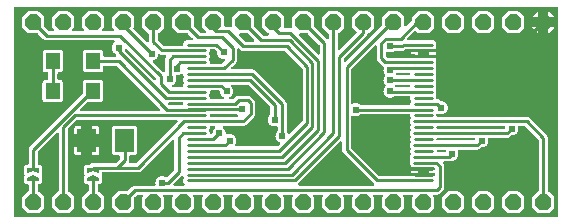
<source format=gtl>
G04 Layer: TopLayer*
G04 EasyEDA v6.5.3, 2022-05-09 11:27:13*
G04 baffbd41b27947a08c2bb0c717e604c5,b03e5731a7a74599b12e1065cb71c7ef,10*
G04 Gerber Generator version 0.2*
G04 Scale: 100 percent, Rotated: No, Reflected: No *
G04 Dimensions in millimeters *
G04 leading zeros omitted , absolute positions ,4 integer and 5 decimal *
%FSLAX45Y45*%
%MOMM*%

%ADD10C,0.2540*%
%ADD11C,0.2800*%
%ADD12C,0.6096*%
%ADD13R,1.2000X1.4000*%

%LPD*%
G36*
X1534668Y-1777492D02*
G01*
X1530756Y-1776730D01*
X1527505Y-1774494D01*
X1525270Y-1771243D01*
X1524508Y-1767332D01*
X1524508Y-10668D01*
X1525270Y-6756D01*
X1527505Y-3505D01*
X1530756Y-1270D01*
X1534668Y-508D01*
X6123432Y-508D01*
X6127343Y-1270D01*
X6130594Y-3505D01*
X6132830Y-6756D01*
X6133592Y-10668D01*
X6133592Y-1767332D01*
X6132830Y-1771243D01*
X6130594Y-1774494D01*
X6127343Y-1776730D01*
X6123432Y-1777492D01*
G37*

%LPC*%
G36*
X5724448Y-1747316D02*
G01*
X5781751Y-1747316D01*
X5787288Y-1746757D01*
X5792165Y-1745284D01*
X5796635Y-1742897D01*
X5800953Y-1739392D01*
X5841492Y-1698853D01*
X5844997Y-1694535D01*
X5847384Y-1690065D01*
X5848858Y-1685188D01*
X5849416Y-1679651D01*
X5849416Y-1622348D01*
X5848858Y-1616811D01*
X5847384Y-1611934D01*
X5844997Y-1607464D01*
X5841492Y-1603146D01*
X5800953Y-1562608D01*
X5796635Y-1559102D01*
X5792165Y-1556715D01*
X5787288Y-1555242D01*
X5781751Y-1554683D01*
X5724448Y-1554683D01*
X5718911Y-1555242D01*
X5714034Y-1556715D01*
X5709564Y-1559102D01*
X5705246Y-1562608D01*
X5664708Y-1603146D01*
X5661202Y-1607464D01*
X5658815Y-1611934D01*
X5657342Y-1616811D01*
X5656783Y-1622348D01*
X5656783Y-1679651D01*
X5657342Y-1685188D01*
X5658815Y-1690065D01*
X5661202Y-1694535D01*
X5664708Y-1698853D01*
X5705246Y-1739392D01*
X5709564Y-1742897D01*
X5714034Y-1745284D01*
X5718911Y-1746757D01*
G37*
G36*
X5216448Y-1747316D02*
G01*
X5273751Y-1747316D01*
X5279288Y-1746757D01*
X5284165Y-1745284D01*
X5288635Y-1742897D01*
X5292953Y-1739392D01*
X5333492Y-1698853D01*
X5336997Y-1694535D01*
X5339384Y-1690065D01*
X5340858Y-1685188D01*
X5341416Y-1679651D01*
X5341416Y-1622348D01*
X5340858Y-1616811D01*
X5339384Y-1611934D01*
X5336997Y-1607464D01*
X5333492Y-1603146D01*
X5292953Y-1562608D01*
X5288635Y-1559102D01*
X5284165Y-1556715D01*
X5279288Y-1555242D01*
X5273751Y-1554683D01*
X5216448Y-1554683D01*
X5210911Y-1555242D01*
X5206034Y-1556715D01*
X5201564Y-1559102D01*
X5197246Y-1562608D01*
X5156708Y-1603146D01*
X5153202Y-1607464D01*
X5150815Y-1611934D01*
X5149342Y-1616811D01*
X5148783Y-1622348D01*
X5148783Y-1679651D01*
X5149342Y-1685188D01*
X5150815Y-1690065D01*
X5153202Y-1694535D01*
X5156708Y-1698853D01*
X5197246Y-1739392D01*
X5201564Y-1742897D01*
X5206034Y-1745284D01*
X5210911Y-1746757D01*
G37*
G36*
X5470448Y-1747316D02*
G01*
X5527751Y-1747316D01*
X5533288Y-1746757D01*
X5538165Y-1745284D01*
X5542635Y-1742897D01*
X5546953Y-1739392D01*
X5587492Y-1698853D01*
X5590997Y-1694535D01*
X5593384Y-1690065D01*
X5594858Y-1685188D01*
X5595416Y-1679651D01*
X5595416Y-1622348D01*
X5594858Y-1616811D01*
X5593384Y-1611934D01*
X5590997Y-1607464D01*
X5587492Y-1603146D01*
X5546953Y-1562608D01*
X5542635Y-1559102D01*
X5538165Y-1556715D01*
X5533288Y-1555242D01*
X5527751Y-1554683D01*
X5470448Y-1554683D01*
X5464911Y-1555242D01*
X5460034Y-1556715D01*
X5455564Y-1559102D01*
X5451246Y-1562608D01*
X5410708Y-1603146D01*
X5407202Y-1607464D01*
X5404815Y-1611934D01*
X5403342Y-1616811D01*
X5402783Y-1622348D01*
X5402783Y-1679651D01*
X5403342Y-1685188D01*
X5404815Y-1690065D01*
X5407202Y-1694535D01*
X5410708Y-1698853D01*
X5451246Y-1739392D01*
X5455564Y-1742897D01*
X5460034Y-1745284D01*
X5464911Y-1746757D01*
G37*
G36*
X1660448Y-1747316D02*
G01*
X1717751Y-1747316D01*
X1723288Y-1746757D01*
X1728165Y-1745284D01*
X1732635Y-1742897D01*
X1736953Y-1739392D01*
X1777492Y-1698853D01*
X1780997Y-1694535D01*
X1783384Y-1690065D01*
X1784857Y-1685188D01*
X1785416Y-1679651D01*
X1785416Y-1622348D01*
X1784857Y-1616811D01*
X1783384Y-1611934D01*
X1780997Y-1607464D01*
X1777492Y-1603146D01*
X1736953Y-1562658D01*
X1731518Y-1558290D01*
X1728724Y-1554784D01*
X1727707Y-1550365D01*
X1727707Y-1509268D01*
X1728368Y-1505610D01*
X1730349Y-1502460D01*
X1733296Y-1500174D01*
X1736902Y-1499158D01*
X1744929Y-1498346D01*
X1750314Y-1496466D01*
X1755190Y-1493418D01*
X1759305Y-1489303D01*
X1762404Y-1484426D01*
X1764284Y-1478940D01*
X1764995Y-1472641D01*
X1764995Y-1443685D01*
X1764436Y-1438097D01*
X1762963Y-1433220D01*
X1761693Y-1430883D01*
X1760575Y-1427581D01*
X1760677Y-1424076D01*
X1762556Y-1419758D01*
X1764334Y-1414475D01*
X1764995Y-1408328D01*
X1764995Y-1359458D01*
X1764284Y-1353159D01*
X1762404Y-1347673D01*
X1759305Y-1342796D01*
X1755190Y-1338681D01*
X1750314Y-1335633D01*
X1744929Y-1333754D01*
X1736902Y-1332941D01*
X1733296Y-1331925D01*
X1730349Y-1329639D01*
X1728368Y-1326489D01*
X1727707Y-1322832D01*
X1727707Y-1226718D01*
X1728470Y-1222806D01*
X1730705Y-1219504D01*
X1887169Y-1063040D01*
X1890420Y-1060856D01*
X1894332Y-1060094D01*
X1898243Y-1060856D01*
X1901494Y-1063040D01*
X1903730Y-1066342D01*
X1904492Y-1070254D01*
X1904492Y-1550365D01*
X1903475Y-1554784D01*
X1900682Y-1558290D01*
X1895195Y-1562658D01*
X1854758Y-1603197D01*
X1851202Y-1607464D01*
X1848815Y-1611934D01*
X1847342Y-1616811D01*
X1846834Y-1622348D01*
X1846834Y-1679651D01*
X1847342Y-1685188D01*
X1848815Y-1690065D01*
X1851202Y-1694535D01*
X1854758Y-1698802D01*
X1895246Y-1739392D01*
X1899564Y-1742897D01*
X1904034Y-1745284D01*
X1908911Y-1746757D01*
X1914448Y-1747316D01*
X1971751Y-1747316D01*
X1977288Y-1746757D01*
X1982165Y-1745284D01*
X1986635Y-1742897D01*
X1990953Y-1739392D01*
X2031492Y-1698853D01*
X2034997Y-1694535D01*
X2037384Y-1690065D01*
X2038857Y-1685188D01*
X2039416Y-1679651D01*
X2039416Y-1622348D01*
X2038857Y-1616811D01*
X2037384Y-1611934D01*
X2034997Y-1607464D01*
X2031492Y-1603146D01*
X1990953Y-1562658D01*
X1985518Y-1558290D01*
X1982724Y-1554784D01*
X1981707Y-1550365D01*
X1981707Y-1036218D01*
X1982470Y-1032306D01*
X1984705Y-1029004D01*
X2054656Y-959053D01*
X2057958Y-956818D01*
X2061870Y-956056D01*
X2901797Y-956056D01*
X2905709Y-956818D01*
X2909011Y-959053D01*
X2911195Y-962304D01*
X2911957Y-966216D01*
X2911195Y-970127D01*
X2909011Y-973378D01*
X2565095Y-1317294D01*
X2561793Y-1319530D01*
X2557881Y-1320292D01*
X2509875Y-1320292D01*
X2506167Y-1319580D01*
X2502966Y-1317599D01*
X2500731Y-1314551D01*
X2499766Y-1310944D01*
X2500172Y-1307185D01*
X2501341Y-1303172D01*
X2502154Y-1295146D01*
X2502154Y-1266393D01*
X2502916Y-1262481D01*
X2505151Y-1259179D01*
X2508402Y-1256995D01*
X2512314Y-1256233D01*
X2542997Y-1256233D01*
X2549296Y-1255471D01*
X2554782Y-1253591D01*
X2559659Y-1250492D01*
X2563774Y-1246428D01*
X2566822Y-1241501D01*
X2568752Y-1236065D01*
X2569464Y-1229715D01*
X2569464Y-1030884D01*
X2568752Y-1024534D01*
X2566822Y-1019098D01*
X2563774Y-1014171D01*
X2559659Y-1010107D01*
X2554782Y-1007008D01*
X2549296Y-1005128D01*
X2542997Y-1004417D01*
X2384094Y-1004417D01*
X2377795Y-1005128D01*
X2372309Y-1007008D01*
X2367432Y-1010107D01*
X2363317Y-1014171D01*
X2360269Y-1019098D01*
X2358339Y-1024534D01*
X2357628Y-1030884D01*
X2357628Y-1229715D01*
X2358339Y-1236065D01*
X2360269Y-1241501D01*
X2363317Y-1246428D01*
X2367432Y-1250492D01*
X2372309Y-1253591D01*
X2377795Y-1255471D01*
X2384094Y-1256233D01*
X2414778Y-1256233D01*
X2418689Y-1256995D01*
X2421940Y-1259179D01*
X2424176Y-1262481D01*
X2424938Y-1266393D01*
X2424938Y-1275435D01*
X2424176Y-1279347D01*
X2421940Y-1282649D01*
X2387295Y-1317294D01*
X2383993Y-1319530D01*
X2380081Y-1320292D01*
X2197608Y-1320292D01*
X2189581Y-1321104D01*
X2182368Y-1323289D01*
X2175662Y-1326845D01*
X2170988Y-1330706D01*
X2167991Y-1332382D01*
X2164537Y-1332992D01*
X2147671Y-1332992D01*
X2141372Y-1333703D01*
X2135886Y-1335633D01*
X2131009Y-1338681D01*
X2126894Y-1342796D01*
X2123795Y-1347673D01*
X2121916Y-1353159D01*
X2121204Y-1359458D01*
X2121204Y-1408328D01*
X2121865Y-1414475D01*
X2123643Y-1419758D01*
X2125522Y-1424076D01*
X2125624Y-1427581D01*
X2124506Y-1430883D01*
X2123236Y-1433220D01*
X2121763Y-1438097D01*
X2121204Y-1443685D01*
X2121204Y-1472641D01*
X2121916Y-1478940D01*
X2123795Y-1484426D01*
X2126894Y-1489303D01*
X2131009Y-1493418D01*
X2135886Y-1496466D01*
X2141270Y-1498346D01*
X2149297Y-1499158D01*
X2152904Y-1500174D01*
X2155850Y-1502460D01*
X2157831Y-1505610D01*
X2158492Y-1509268D01*
X2158492Y-1550365D01*
X2157476Y-1554784D01*
X2154682Y-1558290D01*
X2149195Y-1562658D01*
X2108758Y-1603197D01*
X2105202Y-1607464D01*
X2102815Y-1611934D01*
X2101342Y-1616811D01*
X2100834Y-1622348D01*
X2100834Y-1679651D01*
X2101342Y-1685188D01*
X2102815Y-1690065D01*
X2105202Y-1694535D01*
X2108758Y-1698802D01*
X2149246Y-1739392D01*
X2153564Y-1742897D01*
X2158034Y-1745284D01*
X2162911Y-1746757D01*
X2168448Y-1747316D01*
X2225751Y-1747316D01*
X2231288Y-1746757D01*
X2236165Y-1745284D01*
X2240635Y-1742897D01*
X2244953Y-1739392D01*
X2285492Y-1698853D01*
X2288997Y-1694535D01*
X2291384Y-1690065D01*
X2292858Y-1685188D01*
X2293416Y-1679651D01*
X2293416Y-1622348D01*
X2292858Y-1616811D01*
X2291384Y-1611934D01*
X2288997Y-1607464D01*
X2285492Y-1603146D01*
X2244953Y-1562658D01*
X2239518Y-1558290D01*
X2236724Y-1554784D01*
X2235708Y-1550365D01*
X2235708Y-1509268D01*
X2236368Y-1505610D01*
X2238349Y-1502460D01*
X2241296Y-1500174D01*
X2244902Y-1499158D01*
X2252929Y-1498346D01*
X2258314Y-1496466D01*
X2263190Y-1493418D01*
X2267305Y-1489303D01*
X2270404Y-1484426D01*
X2272284Y-1478940D01*
X2272995Y-1472641D01*
X2272995Y-1443685D01*
X2272436Y-1438097D01*
X2270963Y-1433220D01*
X2269693Y-1430883D01*
X2268575Y-1427581D01*
X2268677Y-1424076D01*
X2270556Y-1419758D01*
X2272334Y-1414526D01*
X2273046Y-1406702D01*
X2274062Y-1403146D01*
X2276348Y-1400149D01*
X2279497Y-1398168D01*
X2283155Y-1397508D01*
X2577592Y-1397508D01*
X2585618Y-1396695D01*
X2592832Y-1394510D01*
X2599537Y-1390954D01*
X2605735Y-1385824D01*
X2865069Y-1126540D01*
X2868320Y-1124356D01*
X2872232Y-1123594D01*
X2876143Y-1124356D01*
X2879394Y-1126540D01*
X2881630Y-1129842D01*
X2882392Y-1133754D01*
X2882392Y-1376781D01*
X2881630Y-1380693D01*
X2879394Y-1383995D01*
X2825394Y-1437995D01*
X2822498Y-1440027D01*
X2819095Y-1440942D01*
X2815590Y-1440637D01*
X2812389Y-1439164D01*
X2809494Y-1437081D01*
X2800553Y-1432966D01*
X2791104Y-1430426D01*
X2781300Y-1429562D01*
X2771495Y-1430426D01*
X2762046Y-1432966D01*
X2753106Y-1437081D01*
X2745079Y-1442720D01*
X2738120Y-1449679D01*
X2732481Y-1457706D01*
X2728366Y-1466646D01*
X2725826Y-1476095D01*
X2724962Y-1485900D01*
X2725826Y-1495704D01*
X2726436Y-1497990D01*
X2726740Y-1501698D01*
X2725674Y-1505254D01*
X2723388Y-1508201D01*
X2720238Y-1510131D01*
X2716631Y-1510792D01*
X2553208Y-1510792D01*
X2545181Y-1511604D01*
X2537968Y-1513789D01*
X2531262Y-1517345D01*
X2525064Y-1522476D01*
X2494940Y-1552549D01*
X2492502Y-1554327D01*
X2489657Y-1555343D01*
X2486660Y-1555445D01*
X2479700Y-1554683D01*
X2422448Y-1554683D01*
X2416911Y-1555242D01*
X2412034Y-1556715D01*
X2407564Y-1559102D01*
X2403246Y-1562608D01*
X2362758Y-1603197D01*
X2359202Y-1607464D01*
X2356815Y-1611934D01*
X2355342Y-1616811D01*
X2354834Y-1622348D01*
X2354834Y-1679651D01*
X2355342Y-1685188D01*
X2356815Y-1690065D01*
X2359202Y-1694535D01*
X2362758Y-1698802D01*
X2403246Y-1739392D01*
X2407564Y-1742897D01*
X2412034Y-1745284D01*
X2416911Y-1746757D01*
X2422448Y-1747316D01*
X2479751Y-1747316D01*
X2485288Y-1746757D01*
X2490165Y-1745284D01*
X2494635Y-1742897D01*
X2498953Y-1739392D01*
X2539492Y-1698853D01*
X2542997Y-1694535D01*
X2545384Y-1690065D01*
X2546858Y-1685188D01*
X2547416Y-1679651D01*
X2547416Y-1622399D01*
X2546654Y-1615440D01*
X2546756Y-1612442D01*
X2547772Y-1609598D01*
X2549550Y-1607159D01*
X2565704Y-1591005D01*
X2569006Y-1588770D01*
X2572918Y-1588008D01*
X2607716Y-1588008D01*
X2611424Y-1588719D01*
X2614676Y-1590751D01*
X2616911Y-1593799D01*
X2617825Y-1597507D01*
X2617368Y-1601266D01*
X2615539Y-1604619D01*
X2613202Y-1607464D01*
X2610815Y-1611934D01*
X2609342Y-1616811D01*
X2608834Y-1622348D01*
X2608834Y-1679651D01*
X2609342Y-1685188D01*
X2610815Y-1690065D01*
X2613202Y-1694535D01*
X2616758Y-1698802D01*
X2657246Y-1739392D01*
X2661564Y-1742897D01*
X2666034Y-1745284D01*
X2670911Y-1746757D01*
X2676448Y-1747316D01*
X2733751Y-1747316D01*
X2739288Y-1746757D01*
X2744165Y-1745284D01*
X2748635Y-1742897D01*
X2752953Y-1739392D01*
X2793492Y-1698853D01*
X2796997Y-1694535D01*
X2799384Y-1690065D01*
X2800858Y-1685188D01*
X2801416Y-1679651D01*
X2801416Y-1622348D01*
X2800858Y-1616811D01*
X2799384Y-1611934D01*
X2796997Y-1607464D01*
X2794660Y-1604619D01*
X2792831Y-1601266D01*
X2792374Y-1597507D01*
X2793339Y-1593799D01*
X2795574Y-1590751D01*
X2798775Y-1588719D01*
X2802534Y-1588008D01*
X2861716Y-1588008D01*
X2865424Y-1588719D01*
X2868676Y-1590751D01*
X2870911Y-1593799D01*
X2871825Y-1597507D01*
X2871368Y-1601266D01*
X2869539Y-1604619D01*
X2867202Y-1607464D01*
X2864815Y-1611934D01*
X2863342Y-1616811D01*
X2862834Y-1622348D01*
X2862834Y-1679651D01*
X2863342Y-1685188D01*
X2864815Y-1690065D01*
X2867202Y-1694535D01*
X2870758Y-1698802D01*
X2911246Y-1739392D01*
X2915564Y-1742897D01*
X2920034Y-1745284D01*
X2924911Y-1746757D01*
X2930448Y-1747316D01*
X2987751Y-1747316D01*
X2993288Y-1746757D01*
X2998165Y-1745284D01*
X3002635Y-1742897D01*
X3006953Y-1739392D01*
X3047492Y-1698853D01*
X3050997Y-1694535D01*
X3053384Y-1690065D01*
X3054858Y-1685188D01*
X3055416Y-1679651D01*
X3055416Y-1622348D01*
X3054858Y-1616811D01*
X3053384Y-1611934D01*
X3050997Y-1607464D01*
X3048660Y-1604619D01*
X3046831Y-1601266D01*
X3046374Y-1597507D01*
X3047339Y-1593799D01*
X3049574Y-1590751D01*
X3052775Y-1588719D01*
X3056534Y-1588008D01*
X3115716Y-1588008D01*
X3119424Y-1588719D01*
X3122676Y-1590751D01*
X3124911Y-1593799D01*
X3125825Y-1597507D01*
X3125368Y-1601266D01*
X3123539Y-1604619D01*
X3121202Y-1607464D01*
X3118815Y-1611934D01*
X3117342Y-1616811D01*
X3116834Y-1622348D01*
X3116834Y-1679651D01*
X3117342Y-1685188D01*
X3118815Y-1690065D01*
X3121202Y-1694535D01*
X3124758Y-1698802D01*
X3165246Y-1739392D01*
X3169564Y-1742897D01*
X3174034Y-1745284D01*
X3178911Y-1746757D01*
X3184448Y-1747316D01*
X3241751Y-1747316D01*
X3247288Y-1746757D01*
X3252165Y-1745284D01*
X3256635Y-1742897D01*
X3260953Y-1739392D01*
X3301492Y-1698853D01*
X3304997Y-1694535D01*
X3307384Y-1690065D01*
X3308858Y-1685188D01*
X3309416Y-1679651D01*
X3309416Y-1622348D01*
X3308858Y-1616811D01*
X3307384Y-1611934D01*
X3304997Y-1607464D01*
X3302660Y-1604619D01*
X3300831Y-1601266D01*
X3300374Y-1597507D01*
X3301339Y-1593799D01*
X3303574Y-1590751D01*
X3306775Y-1588719D01*
X3310534Y-1588008D01*
X3369716Y-1588008D01*
X3373424Y-1588719D01*
X3376676Y-1590751D01*
X3378911Y-1593799D01*
X3379825Y-1597507D01*
X3379368Y-1601266D01*
X3377539Y-1604619D01*
X3375202Y-1607464D01*
X3372815Y-1611934D01*
X3371342Y-1616811D01*
X3370834Y-1622348D01*
X3370834Y-1679651D01*
X3371342Y-1685188D01*
X3372815Y-1690065D01*
X3375202Y-1694535D01*
X3378758Y-1698802D01*
X3419246Y-1739392D01*
X3423564Y-1742897D01*
X3428034Y-1745284D01*
X3432911Y-1746757D01*
X3438448Y-1747316D01*
X3495751Y-1747316D01*
X3501288Y-1746757D01*
X3506165Y-1745284D01*
X3510635Y-1742897D01*
X3514953Y-1739392D01*
X3555492Y-1698853D01*
X3558997Y-1694535D01*
X3561384Y-1690065D01*
X3562858Y-1685188D01*
X3563416Y-1679651D01*
X3563416Y-1622348D01*
X3562858Y-1616811D01*
X3561384Y-1611934D01*
X3558997Y-1607464D01*
X3556660Y-1604619D01*
X3554831Y-1601266D01*
X3554374Y-1597507D01*
X3555339Y-1593799D01*
X3557574Y-1590751D01*
X3560775Y-1588719D01*
X3564534Y-1588008D01*
X3623716Y-1588008D01*
X3627424Y-1588719D01*
X3630676Y-1590751D01*
X3632911Y-1593799D01*
X3633825Y-1597507D01*
X3633368Y-1601266D01*
X3631539Y-1604619D01*
X3629202Y-1607464D01*
X3626815Y-1611934D01*
X3625342Y-1616811D01*
X3624834Y-1622348D01*
X3624834Y-1679651D01*
X3625342Y-1685188D01*
X3626815Y-1690065D01*
X3629202Y-1694535D01*
X3632758Y-1698802D01*
X3673246Y-1739392D01*
X3677564Y-1742897D01*
X3682034Y-1745284D01*
X3686911Y-1746757D01*
X3692448Y-1747316D01*
X3749751Y-1747316D01*
X3755288Y-1746757D01*
X3760165Y-1745284D01*
X3764635Y-1742897D01*
X3768953Y-1739392D01*
X3809492Y-1698853D01*
X3812997Y-1694535D01*
X3815384Y-1690065D01*
X3816858Y-1685188D01*
X3817416Y-1679651D01*
X3817416Y-1622348D01*
X3816858Y-1616811D01*
X3815384Y-1611934D01*
X3812997Y-1607464D01*
X3810660Y-1604619D01*
X3808831Y-1601266D01*
X3808374Y-1597507D01*
X3809339Y-1593799D01*
X3811574Y-1590751D01*
X3814775Y-1588719D01*
X3818534Y-1588008D01*
X3877716Y-1588008D01*
X3881424Y-1588719D01*
X3884676Y-1590751D01*
X3886911Y-1593799D01*
X3887825Y-1597507D01*
X3887368Y-1601266D01*
X3885539Y-1604619D01*
X3883202Y-1607464D01*
X3880815Y-1611934D01*
X3879342Y-1616811D01*
X3878834Y-1622348D01*
X3878834Y-1679651D01*
X3879342Y-1685188D01*
X3880815Y-1690065D01*
X3883202Y-1694535D01*
X3886758Y-1698802D01*
X3927246Y-1739392D01*
X3931564Y-1742897D01*
X3936034Y-1745284D01*
X3940911Y-1746757D01*
X3946448Y-1747316D01*
X4003751Y-1747316D01*
X4009288Y-1746757D01*
X4014165Y-1745284D01*
X4018635Y-1742897D01*
X4022953Y-1739392D01*
X4063492Y-1698853D01*
X4066997Y-1694535D01*
X4069384Y-1690065D01*
X4070858Y-1685188D01*
X4071416Y-1679651D01*
X4071416Y-1622348D01*
X4070858Y-1616811D01*
X4069384Y-1611934D01*
X4066997Y-1607464D01*
X4064660Y-1604619D01*
X4062831Y-1601266D01*
X4062374Y-1597507D01*
X4063339Y-1593799D01*
X4065574Y-1590751D01*
X4068775Y-1588719D01*
X4072534Y-1588008D01*
X4131716Y-1588008D01*
X4135424Y-1588719D01*
X4138676Y-1590751D01*
X4140911Y-1593799D01*
X4141825Y-1597507D01*
X4141368Y-1601266D01*
X4139539Y-1604619D01*
X4137202Y-1607464D01*
X4134815Y-1611934D01*
X4133342Y-1616811D01*
X4132834Y-1622348D01*
X4132834Y-1679651D01*
X4133342Y-1685188D01*
X4134815Y-1690065D01*
X4137202Y-1694535D01*
X4140758Y-1698802D01*
X4181246Y-1739392D01*
X4185564Y-1742897D01*
X4190034Y-1745284D01*
X4194911Y-1746757D01*
X4200448Y-1747316D01*
X4257751Y-1747316D01*
X4263288Y-1746757D01*
X4268165Y-1745284D01*
X4272635Y-1742897D01*
X4276953Y-1739392D01*
X4317492Y-1698853D01*
X4320997Y-1694535D01*
X4323384Y-1690065D01*
X4324858Y-1685188D01*
X4325416Y-1679651D01*
X4325416Y-1622348D01*
X4324858Y-1616811D01*
X4323384Y-1611934D01*
X4320997Y-1607464D01*
X4318660Y-1604619D01*
X4316831Y-1601266D01*
X4316374Y-1597507D01*
X4317339Y-1593799D01*
X4319574Y-1590751D01*
X4322775Y-1588719D01*
X4326534Y-1588008D01*
X4385665Y-1588008D01*
X4389424Y-1588719D01*
X4392625Y-1590751D01*
X4394860Y-1593799D01*
X4395825Y-1597507D01*
X4395368Y-1601266D01*
X4393539Y-1604619D01*
X4391202Y-1607464D01*
X4388815Y-1611934D01*
X4387342Y-1616811D01*
X4386783Y-1622348D01*
X4386783Y-1679651D01*
X4387342Y-1685188D01*
X4388815Y-1690065D01*
X4391202Y-1694535D01*
X4394708Y-1698853D01*
X4435246Y-1739392D01*
X4439564Y-1742897D01*
X4444034Y-1745284D01*
X4448911Y-1746757D01*
X4454448Y-1747316D01*
X4511751Y-1747316D01*
X4517288Y-1746757D01*
X4522165Y-1745284D01*
X4526635Y-1742897D01*
X4530953Y-1739392D01*
X4571492Y-1698853D01*
X4574997Y-1694535D01*
X4577384Y-1690065D01*
X4578858Y-1685188D01*
X4579416Y-1679651D01*
X4579416Y-1622348D01*
X4578858Y-1616811D01*
X4577384Y-1611934D01*
X4574997Y-1607464D01*
X4572660Y-1604619D01*
X4570831Y-1601266D01*
X4570374Y-1597507D01*
X4571339Y-1593799D01*
X4573574Y-1590751D01*
X4576775Y-1588719D01*
X4580534Y-1588008D01*
X4639665Y-1588008D01*
X4643424Y-1588719D01*
X4646625Y-1590751D01*
X4648860Y-1593799D01*
X4649825Y-1597507D01*
X4649368Y-1601266D01*
X4647539Y-1604619D01*
X4645202Y-1607464D01*
X4642815Y-1611934D01*
X4641342Y-1616811D01*
X4640783Y-1622348D01*
X4640783Y-1679651D01*
X4641342Y-1685188D01*
X4642815Y-1690065D01*
X4645202Y-1694535D01*
X4648708Y-1698853D01*
X4689246Y-1739392D01*
X4693564Y-1742897D01*
X4698034Y-1745284D01*
X4702911Y-1746757D01*
X4708448Y-1747316D01*
X4765751Y-1747316D01*
X4771288Y-1746757D01*
X4776165Y-1745284D01*
X4780635Y-1742897D01*
X4784953Y-1739392D01*
X4825492Y-1698853D01*
X4828997Y-1694535D01*
X4831384Y-1690065D01*
X4832858Y-1685188D01*
X4833416Y-1679651D01*
X4833416Y-1622348D01*
X4832858Y-1616811D01*
X4831384Y-1611934D01*
X4828997Y-1607464D01*
X4826660Y-1604619D01*
X4824831Y-1601266D01*
X4824374Y-1597507D01*
X4825339Y-1593799D01*
X4827574Y-1590751D01*
X4830775Y-1588719D01*
X4834534Y-1588008D01*
X4893665Y-1588008D01*
X4897424Y-1588719D01*
X4900625Y-1590751D01*
X4902860Y-1593799D01*
X4903825Y-1597507D01*
X4903368Y-1601266D01*
X4901539Y-1604619D01*
X4899202Y-1607464D01*
X4896815Y-1611934D01*
X4895342Y-1616811D01*
X4894783Y-1622348D01*
X4894783Y-1679651D01*
X4895342Y-1685188D01*
X4896815Y-1690065D01*
X4899202Y-1694535D01*
X4902708Y-1698853D01*
X4943246Y-1739392D01*
X4947564Y-1742897D01*
X4952034Y-1745284D01*
X4956911Y-1746757D01*
X4962448Y-1747316D01*
X5019751Y-1747316D01*
X5025288Y-1746757D01*
X5030165Y-1745284D01*
X5034635Y-1742897D01*
X5038953Y-1739392D01*
X5079492Y-1698853D01*
X5082997Y-1694535D01*
X5085384Y-1690065D01*
X5086858Y-1685188D01*
X5087416Y-1679651D01*
X5087416Y-1622348D01*
X5086858Y-1616811D01*
X5085384Y-1611934D01*
X5082997Y-1607464D01*
X5080660Y-1604619D01*
X5078831Y-1601266D01*
X5078374Y-1597507D01*
X5079339Y-1593799D01*
X5081574Y-1590751D01*
X5084775Y-1588719D01*
X5088534Y-1588008D01*
X5104892Y-1588008D01*
X5112918Y-1587195D01*
X5120132Y-1585010D01*
X5126837Y-1581454D01*
X5133035Y-1576324D01*
X5157724Y-1551635D01*
X5162854Y-1545437D01*
X5166410Y-1538732D01*
X5168595Y-1531518D01*
X5169408Y-1523492D01*
X5169408Y-1346708D01*
X5168595Y-1338681D01*
X5166410Y-1331468D01*
X5162854Y-1324762D01*
X5161178Y-1322730D01*
X5159349Y-1319377D01*
X5158892Y-1315618D01*
X5159857Y-1311910D01*
X5162092Y-1308862D01*
X5165293Y-1306830D01*
X5169001Y-1306118D01*
X5208981Y-1306118D01*
X5217007Y-1305306D01*
X5224272Y-1303121D01*
X5228996Y-1301089D01*
X5242204Y-1300073D01*
X5251653Y-1297533D01*
X5260594Y-1293418D01*
X5268620Y-1287780D01*
X5275580Y-1280820D01*
X5281218Y-1272794D01*
X5285333Y-1263853D01*
X5287873Y-1254404D01*
X5288737Y-1244600D01*
X5287873Y-1234795D01*
X5285333Y-1225346D01*
X5283098Y-1220470D01*
X5282133Y-1216507D01*
X5282793Y-1212494D01*
X5284978Y-1209090D01*
X5288330Y-1206804D01*
X5292293Y-1205992D01*
X5448808Y-1205992D01*
X5456834Y-1205179D01*
X5464048Y-1202994D01*
X5470753Y-1199438D01*
X5476951Y-1194308D01*
X5481878Y-1189431D01*
X5484774Y-1187399D01*
X5488178Y-1186484D01*
X5496204Y-1185773D01*
X5505653Y-1183233D01*
X5514594Y-1179118D01*
X5522620Y-1173480D01*
X5529580Y-1166520D01*
X5535218Y-1158494D01*
X5539333Y-1149553D01*
X5541873Y-1140104D01*
X5542737Y-1130300D01*
X5541873Y-1120495D01*
X5541162Y-1115212D01*
X5542229Y-1111656D01*
X5544464Y-1108710D01*
X5547614Y-1106779D01*
X5551271Y-1106119D01*
X5701080Y-1106119D01*
X5709107Y-1105306D01*
X5716371Y-1103122D01*
X5723026Y-1099566D01*
X5729224Y-1094435D01*
X5735878Y-1087831D01*
X5738774Y-1085799D01*
X5742178Y-1084884D01*
X5750204Y-1084173D01*
X5759653Y-1081633D01*
X5768594Y-1077518D01*
X5776620Y-1071880D01*
X5783580Y-1064920D01*
X5789218Y-1056894D01*
X5793333Y-1047953D01*
X5795873Y-1038504D01*
X5796737Y-1028700D01*
X5795619Y-1015187D01*
X5796635Y-1011682D01*
X5798921Y-1008735D01*
X5802071Y-1006805D01*
X5805728Y-1006094D01*
X5849518Y-1006094D01*
X5853379Y-1006906D01*
X5856681Y-1009091D01*
X5965494Y-1117904D01*
X5967730Y-1121206D01*
X5968492Y-1125118D01*
X5968492Y-1550365D01*
X5967476Y-1554784D01*
X5964682Y-1558290D01*
X5959246Y-1562658D01*
X5918708Y-1603146D01*
X5915202Y-1607464D01*
X5912815Y-1611934D01*
X5911342Y-1616811D01*
X5910783Y-1622348D01*
X5910783Y-1679651D01*
X5911342Y-1685188D01*
X5912815Y-1690065D01*
X5915202Y-1694535D01*
X5918708Y-1698853D01*
X5959246Y-1739392D01*
X5963564Y-1742897D01*
X5968034Y-1745284D01*
X5972911Y-1746757D01*
X5978448Y-1747316D01*
X6035751Y-1747316D01*
X6041288Y-1746757D01*
X6046165Y-1745284D01*
X6050635Y-1742897D01*
X6054953Y-1739392D01*
X6095492Y-1698853D01*
X6098997Y-1694535D01*
X6101384Y-1690065D01*
X6102858Y-1685188D01*
X6103416Y-1679651D01*
X6103416Y-1622348D01*
X6102858Y-1616811D01*
X6101384Y-1611934D01*
X6098997Y-1607464D01*
X6095492Y-1603146D01*
X6054953Y-1562658D01*
X6049518Y-1558290D01*
X6046724Y-1554784D01*
X6045708Y-1550365D01*
X6045708Y-1105408D01*
X6044895Y-1097381D01*
X6042710Y-1090168D01*
X6039154Y-1083462D01*
X6034024Y-1077264D01*
X5897372Y-940562D01*
X5891123Y-935431D01*
X5884468Y-931875D01*
X5877204Y-929690D01*
X5869228Y-928878D01*
X5114340Y-928878D01*
X5110226Y-928014D01*
X5106822Y-925576D01*
X5104688Y-921918D01*
X5103622Y-911148D01*
X5104130Y-906932D01*
X5106263Y-903274D01*
X5109718Y-900836D01*
X5113883Y-900023D01*
X5118049Y-900937D01*
X5124246Y-903833D01*
X5133695Y-906373D01*
X5143500Y-907237D01*
X5153304Y-906373D01*
X5162753Y-903833D01*
X5171694Y-899718D01*
X5179720Y-894080D01*
X5186680Y-887120D01*
X5192318Y-879094D01*
X5196433Y-870153D01*
X5198973Y-860704D01*
X5199837Y-850900D01*
X5198973Y-841095D01*
X5196433Y-831646D01*
X5192318Y-822706D01*
X5186680Y-814679D01*
X5179720Y-807720D01*
X5171694Y-802081D01*
X5162753Y-797966D01*
X5153304Y-795426D01*
X5145278Y-794715D01*
X5141874Y-793800D01*
X5131511Y-785418D01*
X5124856Y-781862D01*
X5117642Y-779678D01*
X5113324Y-779272D01*
X5109514Y-778103D01*
X5106466Y-775614D01*
X5104587Y-772109D01*
X5103469Y-759714D01*
X5101234Y-752246D01*
X5098542Y-747268D01*
X5097526Y-744169D01*
X5097526Y-740867D01*
X5098542Y-737717D01*
X5101234Y-732739D01*
X5103469Y-725271D01*
X5104231Y-717499D01*
X5103469Y-709726D01*
X5101234Y-702259D01*
X5098592Y-697280D01*
X5097526Y-694131D01*
X5097526Y-690829D01*
X5098592Y-687730D01*
X5101234Y-682752D01*
X5103469Y-675284D01*
X5104231Y-667512D01*
X5103469Y-659739D01*
X5101234Y-652272D01*
X5098542Y-647293D01*
X5097526Y-644144D01*
X5097526Y-640842D01*
X5098542Y-637692D01*
X5101234Y-632764D01*
X5103469Y-625246D01*
X5104231Y-617474D01*
X5103469Y-609701D01*
X5101234Y-602234D01*
X5098592Y-597306D01*
X5097526Y-594156D01*
X5097526Y-590854D01*
X5098592Y-587705D01*
X5101234Y-582777D01*
X5103469Y-575259D01*
X5104231Y-567486D01*
X5103469Y-559714D01*
X5101234Y-552246D01*
X5098542Y-547268D01*
X5097526Y-544169D01*
X5097526Y-540867D01*
X5098542Y-537718D01*
X5101234Y-532739D01*
X5103469Y-525272D01*
X5104231Y-517499D01*
X5103469Y-509727D01*
X5101234Y-502259D01*
X5098592Y-497281D01*
X5097526Y-494131D01*
X5097526Y-490829D01*
X5098592Y-487730D01*
X5101234Y-482752D01*
X5103469Y-475284D01*
X5104231Y-467512D01*
X5103469Y-459740D01*
X5101234Y-452272D01*
X5098542Y-447293D01*
X5097526Y-444144D01*
X5097526Y-440842D01*
X5098542Y-437692D01*
X5101234Y-432765D01*
X5101793Y-430834D01*
X5081676Y-430834D01*
X5078730Y-430428D01*
X5072176Y-428396D01*
X5063896Y-427583D01*
X4922875Y-427583D01*
X4911191Y-429006D01*
X4691532Y-429006D01*
X4687620Y-428243D01*
X4684318Y-426008D01*
X4677105Y-418795D01*
X4674870Y-415493D01*
X4674108Y-411581D01*
X4674108Y-390550D01*
X4674920Y-386588D01*
X4677206Y-383235D01*
X4680610Y-381050D01*
X4684623Y-380390D01*
X4688586Y-381355D01*
X4692446Y-383133D01*
X4701895Y-385673D01*
X4711700Y-386537D01*
X4721504Y-385673D01*
X4730953Y-383133D01*
X4739894Y-379018D01*
X4747920Y-373380D01*
X4749495Y-371805D01*
X4752797Y-369570D01*
X4756708Y-368808D01*
X4812792Y-368808D01*
X4820818Y-367995D01*
X4828032Y-365810D01*
X4834737Y-362254D01*
X4839411Y-358394D01*
X4842408Y-356717D01*
X4845862Y-356108D01*
X4911496Y-356108D01*
X4922875Y-357428D01*
X5063896Y-357428D01*
X5072176Y-356565D01*
X5078730Y-354584D01*
X5081676Y-354177D01*
X5101793Y-354177D01*
X5101234Y-352247D01*
X5098542Y-347268D01*
X5097526Y-344170D01*
X5097526Y-340868D01*
X5098542Y-337718D01*
X5101234Y-332740D01*
X5103469Y-325272D01*
X5104231Y-317500D01*
X5103469Y-309727D01*
X5101234Y-302260D01*
X5097526Y-295351D01*
X5092598Y-289306D01*
X5086553Y-284378D01*
X5079644Y-280670D01*
X5072176Y-278384D01*
X5063896Y-277571D01*
X4922875Y-277571D01*
X4911496Y-278892D01*
X4867554Y-278892D01*
X4863642Y-278130D01*
X4860340Y-275894D01*
X4858156Y-272592D01*
X4857394Y-268732D01*
X4858156Y-264820D01*
X4860340Y-261518D01*
X4917694Y-204165D01*
X4920996Y-201980D01*
X4924907Y-201218D01*
X4928768Y-201980D01*
X4932070Y-204165D01*
X4943246Y-215392D01*
X4947564Y-218897D01*
X4952034Y-221284D01*
X4956911Y-222758D01*
X4962448Y-223316D01*
X5019751Y-223316D01*
X5025288Y-222758D01*
X5030165Y-221284D01*
X5034635Y-218897D01*
X5038953Y-215392D01*
X5079492Y-174853D01*
X5082997Y-170535D01*
X5085384Y-166065D01*
X5086858Y-161188D01*
X5087416Y-155651D01*
X5087416Y-98348D01*
X5086858Y-92811D01*
X5085384Y-87934D01*
X5082997Y-83464D01*
X5079492Y-79146D01*
X5038953Y-38608D01*
X5034635Y-35102D01*
X5030165Y-32715D01*
X5025288Y-31242D01*
X5019751Y-30683D01*
X4962448Y-30683D01*
X4956911Y-31242D01*
X4952034Y-32715D01*
X4947564Y-35102D01*
X4943246Y-38608D01*
X4902708Y-79146D01*
X4899202Y-83464D01*
X4896815Y-87934D01*
X4895342Y-92811D01*
X4894783Y-98348D01*
X4894783Y-113690D01*
X4894021Y-117602D01*
X4891786Y-120904D01*
X4850739Y-161950D01*
X4847488Y-164134D01*
X4843576Y-164896D01*
X4839665Y-164134D01*
X4836414Y-161950D01*
X4834178Y-158648D01*
X4833416Y-154736D01*
X4833416Y-98348D01*
X4832858Y-92811D01*
X4831384Y-87934D01*
X4828997Y-83464D01*
X4825492Y-79146D01*
X4784953Y-38608D01*
X4780635Y-35102D01*
X4776165Y-32715D01*
X4771288Y-31242D01*
X4765751Y-30683D01*
X4708448Y-30683D01*
X4702911Y-31242D01*
X4698034Y-32715D01*
X4693564Y-35102D01*
X4689246Y-38608D01*
X4648708Y-79146D01*
X4645202Y-83464D01*
X4642815Y-87934D01*
X4641342Y-92811D01*
X4640783Y-98348D01*
X4640783Y-151790D01*
X4640021Y-155702D01*
X4637786Y-159004D01*
X4335830Y-460959D01*
X4332579Y-463143D01*
X4328668Y-463905D01*
X4324756Y-463143D01*
X4321505Y-460959D01*
X4319270Y-457657D01*
X4318508Y-453745D01*
X4318508Y-439318D01*
X4319270Y-435406D01*
X4321505Y-432104D01*
X4510024Y-243535D01*
X4515154Y-237337D01*
X4518710Y-230632D01*
X4520234Y-225704D01*
X4522114Y-222199D01*
X4526635Y-218897D01*
X4530953Y-215392D01*
X4571492Y-174853D01*
X4574997Y-170535D01*
X4577384Y-166065D01*
X4578858Y-161188D01*
X4579416Y-155651D01*
X4579416Y-98348D01*
X4578858Y-92811D01*
X4577384Y-87934D01*
X4574997Y-83464D01*
X4571492Y-79146D01*
X4530953Y-38608D01*
X4526635Y-35102D01*
X4522165Y-32715D01*
X4517288Y-31242D01*
X4511751Y-30683D01*
X4454448Y-30683D01*
X4448911Y-31242D01*
X4444034Y-32715D01*
X4439564Y-35102D01*
X4435246Y-38608D01*
X4394708Y-79146D01*
X4391202Y-83464D01*
X4388815Y-87934D01*
X4387342Y-92811D01*
X4386783Y-98348D01*
X4386783Y-155651D01*
X4387342Y-161188D01*
X4388815Y-166065D01*
X4391202Y-170535D01*
X4394708Y-174853D01*
X4424984Y-205079D01*
X4427169Y-208381D01*
X4427931Y-212242D01*
X4427169Y-216154D01*
X4424984Y-219456D01*
X4285030Y-359359D01*
X4281779Y-361543D01*
X4277868Y-362305D01*
X4273956Y-361543D01*
X4270705Y-359359D01*
X4268470Y-356057D01*
X4267708Y-352145D01*
X4267708Y-227634D01*
X4268724Y-223215D01*
X4271518Y-219710D01*
X4276953Y-215341D01*
X4317492Y-174853D01*
X4320997Y-170535D01*
X4323384Y-166065D01*
X4324858Y-161188D01*
X4325416Y-155651D01*
X4325416Y-98348D01*
X4324858Y-92811D01*
X4323384Y-87934D01*
X4320997Y-83464D01*
X4317492Y-79146D01*
X4276953Y-38608D01*
X4272635Y-35102D01*
X4268165Y-32715D01*
X4263288Y-31242D01*
X4257751Y-30683D01*
X4200448Y-30683D01*
X4194911Y-31242D01*
X4190034Y-32715D01*
X4185564Y-35102D01*
X4181246Y-38608D01*
X4140758Y-79197D01*
X4137202Y-83464D01*
X4134815Y-87934D01*
X4133342Y-92811D01*
X4132834Y-98348D01*
X4132834Y-155651D01*
X4133342Y-161188D01*
X4134815Y-166065D01*
X4137202Y-170535D01*
X4140758Y-174802D01*
X4181195Y-215341D01*
X4186682Y-219710D01*
X4189476Y-223215D01*
X4190492Y-227634D01*
X4190492Y-263245D01*
X4189729Y-267157D01*
X4187494Y-270459D01*
X4184243Y-272643D01*
X4180332Y-273405D01*
X4176420Y-272643D01*
X4173169Y-270459D01*
X4073550Y-170840D01*
X4071772Y-168402D01*
X4070756Y-165557D01*
X4070654Y-162560D01*
X4071416Y-155600D01*
X4071416Y-98348D01*
X4070858Y-92811D01*
X4069384Y-87934D01*
X4066997Y-83464D01*
X4063492Y-79146D01*
X4022953Y-38608D01*
X4018635Y-35102D01*
X4014165Y-32715D01*
X4009288Y-31242D01*
X4003751Y-30683D01*
X3946448Y-30683D01*
X3940911Y-31242D01*
X3936034Y-32715D01*
X3931564Y-35102D01*
X3927246Y-38608D01*
X3886758Y-79197D01*
X3883202Y-83464D01*
X3880815Y-87934D01*
X3879342Y-92811D01*
X3878834Y-98348D01*
X3878834Y-155651D01*
X3879342Y-161188D01*
X3880612Y-165303D01*
X3880967Y-169265D01*
X3879799Y-173075D01*
X3877259Y-176123D01*
X3873754Y-178003D01*
X3869740Y-178358D01*
X3860241Y-177292D01*
X3825697Y-177292D01*
X3821988Y-176580D01*
X3818788Y-174599D01*
X3816553Y-171551D01*
X3815537Y-167944D01*
X3815943Y-164185D01*
X3816858Y-161188D01*
X3817416Y-155651D01*
X3817416Y-98348D01*
X3816858Y-92811D01*
X3815384Y-87934D01*
X3812997Y-83464D01*
X3809492Y-79146D01*
X3768953Y-38608D01*
X3764635Y-35102D01*
X3760165Y-32715D01*
X3755288Y-31242D01*
X3749751Y-30683D01*
X3692448Y-30683D01*
X3686911Y-31242D01*
X3682034Y-32715D01*
X3677564Y-35102D01*
X3673246Y-38608D01*
X3632758Y-79197D01*
X3629202Y-83464D01*
X3626815Y-87934D01*
X3625342Y-92811D01*
X3624834Y-98348D01*
X3624834Y-155651D01*
X3625342Y-161188D01*
X3626815Y-166065D01*
X3629202Y-170535D01*
X3632758Y-174802D01*
X3673246Y-215392D01*
X3677564Y-218897D01*
X3682746Y-221691D01*
X3686098Y-224586D01*
X3687927Y-228650D01*
X3687826Y-233121D01*
X3685794Y-237083D01*
X3682288Y-239826D01*
X3677970Y-240792D01*
X3639718Y-240792D01*
X3635806Y-240029D01*
X3632504Y-237794D01*
X3565550Y-170840D01*
X3563772Y-168402D01*
X3562756Y-165557D01*
X3562654Y-162560D01*
X3563416Y-155600D01*
X3563416Y-98348D01*
X3562858Y-92811D01*
X3561384Y-87934D01*
X3558997Y-83464D01*
X3555492Y-79146D01*
X3514953Y-38608D01*
X3510635Y-35102D01*
X3506165Y-32715D01*
X3501288Y-31242D01*
X3495751Y-30683D01*
X3438448Y-30683D01*
X3432911Y-31242D01*
X3428034Y-32715D01*
X3423564Y-35102D01*
X3419246Y-38608D01*
X3378758Y-79197D01*
X3375202Y-83464D01*
X3372815Y-87934D01*
X3371342Y-92811D01*
X3370834Y-98348D01*
X3370834Y-155651D01*
X3371087Y-158343D01*
X3370579Y-162661D01*
X3368294Y-166370D01*
X3364687Y-168757D01*
X3360369Y-169468D01*
X3356152Y-168300D01*
X3354832Y-167589D01*
X3347618Y-165404D01*
X3339592Y-164592D01*
X3319576Y-164592D01*
X3315665Y-163830D01*
X3312414Y-161594D01*
X3310178Y-158343D01*
X3309416Y-154432D01*
X3309416Y-98348D01*
X3308858Y-92811D01*
X3307384Y-87934D01*
X3304997Y-83464D01*
X3301492Y-79146D01*
X3260953Y-38608D01*
X3256635Y-35102D01*
X3252165Y-32715D01*
X3247288Y-31242D01*
X3241751Y-30683D01*
X3184448Y-30683D01*
X3178911Y-31242D01*
X3174034Y-32715D01*
X3169564Y-35102D01*
X3165246Y-38608D01*
X3124758Y-79197D01*
X3121202Y-83464D01*
X3118815Y-87934D01*
X3117342Y-92811D01*
X3116834Y-98348D01*
X3116834Y-155651D01*
X3117342Y-161188D01*
X3118815Y-166065D01*
X3121202Y-170535D01*
X3124758Y-174802D01*
X3149244Y-199339D01*
X3151428Y-202641D01*
X3152190Y-206502D01*
X3151428Y-210413D01*
X3149244Y-213664D01*
X3145942Y-215900D01*
X3142030Y-216662D01*
X3107588Y-216662D01*
X3103676Y-215900D01*
X3100374Y-213664D01*
X3057550Y-170840D01*
X3055772Y-168402D01*
X3054756Y-165557D01*
X3054654Y-162560D01*
X3055416Y-155600D01*
X3055416Y-98348D01*
X3054858Y-92811D01*
X3053384Y-87934D01*
X3050997Y-83464D01*
X3047492Y-79146D01*
X3006953Y-38608D01*
X3002635Y-35102D01*
X2998165Y-32715D01*
X2993288Y-31242D01*
X2987751Y-30683D01*
X2930448Y-30683D01*
X2924911Y-31242D01*
X2920034Y-32715D01*
X2915564Y-35102D01*
X2911246Y-38608D01*
X2870758Y-79197D01*
X2867202Y-83464D01*
X2864815Y-87934D01*
X2863342Y-92811D01*
X2862834Y-98348D01*
X2862834Y-155651D01*
X2863342Y-161188D01*
X2864815Y-166065D01*
X2867202Y-170535D01*
X2870758Y-174802D01*
X2911246Y-215392D01*
X2915564Y-218897D01*
X2920034Y-221284D01*
X2924911Y-222758D01*
X2930448Y-223316D01*
X2987700Y-223316D01*
X2994660Y-222554D01*
X2997657Y-222656D01*
X3000502Y-223672D01*
X3002940Y-225450D01*
X3037738Y-260248D01*
X3039922Y-263550D01*
X3040735Y-267411D01*
X3039922Y-271322D01*
X3037738Y-274624D01*
X3034436Y-276809D01*
X3030575Y-277571D01*
X3002889Y-277571D01*
X2994406Y-278434D01*
X2982468Y-281889D01*
X2975813Y-285445D01*
X2969971Y-290220D01*
X2965145Y-296062D01*
X2961589Y-302717D01*
X2959404Y-309981D01*
X2958236Y-321919D01*
X2956102Y-325577D01*
X2952699Y-328015D01*
X2948584Y-328879D01*
X2800705Y-328879D01*
X2796844Y-328117D01*
X2793542Y-325932D01*
X2746705Y-279095D01*
X2744470Y-275793D01*
X2743708Y-271881D01*
X2743708Y-227634D01*
X2744724Y-223215D01*
X2747518Y-219710D01*
X2752953Y-215341D01*
X2793492Y-174853D01*
X2796997Y-170535D01*
X2799384Y-166065D01*
X2800858Y-161188D01*
X2801416Y-155651D01*
X2801416Y-98348D01*
X2800858Y-92811D01*
X2799384Y-87934D01*
X2796997Y-83464D01*
X2793492Y-79146D01*
X2752953Y-38608D01*
X2748635Y-35102D01*
X2744165Y-32715D01*
X2739288Y-31242D01*
X2733751Y-30683D01*
X2676448Y-30683D01*
X2670911Y-31242D01*
X2666034Y-32715D01*
X2661564Y-35102D01*
X2657246Y-38608D01*
X2616758Y-79197D01*
X2613202Y-83464D01*
X2610815Y-87934D01*
X2609342Y-92811D01*
X2608834Y-98348D01*
X2608834Y-155651D01*
X2609342Y-161188D01*
X2610815Y-166065D01*
X2613202Y-170535D01*
X2616758Y-174802D01*
X2657195Y-215341D01*
X2662682Y-219710D01*
X2665476Y-223215D01*
X2666492Y-227634D01*
X2666492Y-288645D01*
X2665730Y-292557D01*
X2663494Y-295859D01*
X2660243Y-298043D01*
X2656332Y-298805D01*
X2652420Y-298043D01*
X2649169Y-295859D01*
X2540863Y-187553D01*
X2538780Y-184505D01*
X2537917Y-180898D01*
X2538425Y-177190D01*
X2540203Y-173939D01*
X2542997Y-170535D01*
X2545384Y-166065D01*
X2546858Y-161188D01*
X2547416Y-155651D01*
X2547416Y-98348D01*
X2546858Y-92811D01*
X2545384Y-87934D01*
X2542997Y-83464D01*
X2539492Y-79146D01*
X2498953Y-38608D01*
X2494635Y-35102D01*
X2490165Y-32715D01*
X2485288Y-31242D01*
X2479751Y-30683D01*
X2422448Y-30683D01*
X2416911Y-31242D01*
X2412034Y-32715D01*
X2407564Y-35102D01*
X2403246Y-38608D01*
X2362758Y-79197D01*
X2359202Y-83464D01*
X2356815Y-87934D01*
X2355342Y-92811D01*
X2354834Y-98348D01*
X2354834Y-155651D01*
X2355342Y-161188D01*
X2356815Y-166065D01*
X2359202Y-170535D01*
X2362758Y-174802D01*
X2373274Y-185369D01*
X2375458Y-188671D01*
X2376220Y-192532D01*
X2375458Y-196443D01*
X2373274Y-199694D01*
X2369972Y-201930D01*
X2366060Y-202692D01*
X2282139Y-202692D01*
X2278278Y-201930D01*
X2274976Y-199694D01*
X2272741Y-196443D01*
X2271979Y-192532D01*
X2272741Y-188620D01*
X2274976Y-185369D01*
X2285492Y-174853D01*
X2288997Y-170535D01*
X2291384Y-166065D01*
X2292858Y-161188D01*
X2293416Y-155651D01*
X2293416Y-98348D01*
X2292858Y-92811D01*
X2291384Y-87934D01*
X2288997Y-83464D01*
X2285492Y-79146D01*
X2244953Y-38608D01*
X2240635Y-35102D01*
X2236165Y-32715D01*
X2231288Y-31242D01*
X2225751Y-30683D01*
X2168448Y-30683D01*
X2162911Y-31242D01*
X2158034Y-32715D01*
X2153564Y-35102D01*
X2149246Y-38608D01*
X2108758Y-79197D01*
X2105202Y-83464D01*
X2102815Y-87934D01*
X2101342Y-92811D01*
X2100834Y-98348D01*
X2100834Y-155651D01*
X2101342Y-161188D01*
X2102815Y-166065D01*
X2105202Y-170535D01*
X2108758Y-174802D01*
X2119274Y-185369D01*
X2121458Y-188671D01*
X2122220Y-192532D01*
X2121458Y-196443D01*
X2119274Y-199694D01*
X2115972Y-201930D01*
X2112060Y-202692D01*
X2028139Y-202692D01*
X2024278Y-201930D01*
X2020976Y-199694D01*
X2018741Y-196443D01*
X2017979Y-192532D01*
X2018741Y-188620D01*
X2020976Y-185369D01*
X2031492Y-174853D01*
X2034997Y-170535D01*
X2037384Y-166065D01*
X2038857Y-161188D01*
X2039416Y-155651D01*
X2039416Y-98348D01*
X2038857Y-92811D01*
X2037384Y-87934D01*
X2034997Y-83464D01*
X2031492Y-79146D01*
X1990953Y-38608D01*
X1986635Y-35102D01*
X1982165Y-32715D01*
X1977288Y-31242D01*
X1971751Y-30683D01*
X1914448Y-30683D01*
X1908911Y-31242D01*
X1904034Y-32715D01*
X1899564Y-35102D01*
X1895246Y-38608D01*
X1854758Y-79197D01*
X1851202Y-83464D01*
X1848815Y-87934D01*
X1847342Y-92811D01*
X1846834Y-98348D01*
X1846834Y-155651D01*
X1847342Y-161188D01*
X1848815Y-166065D01*
X1851202Y-170535D01*
X1854758Y-174802D01*
X1865274Y-185369D01*
X1867458Y-188671D01*
X1868220Y-192532D01*
X1867458Y-196443D01*
X1865274Y-199694D01*
X1861972Y-201930D01*
X1858060Y-202692D01*
X1823618Y-202692D01*
X1819706Y-201930D01*
X1816404Y-199694D01*
X1787550Y-170840D01*
X1785772Y-168402D01*
X1784756Y-165557D01*
X1784654Y-162560D01*
X1785416Y-155600D01*
X1785416Y-98348D01*
X1784857Y-92811D01*
X1783384Y-87934D01*
X1780997Y-83464D01*
X1777492Y-79146D01*
X1736953Y-38608D01*
X1732635Y-35102D01*
X1728165Y-32715D01*
X1723288Y-31242D01*
X1717751Y-30683D01*
X1660448Y-30683D01*
X1654911Y-31242D01*
X1650034Y-32715D01*
X1645564Y-35102D01*
X1641246Y-38608D01*
X1600758Y-79197D01*
X1597202Y-83464D01*
X1594815Y-87934D01*
X1593342Y-92811D01*
X1592834Y-98348D01*
X1592834Y-155651D01*
X1593342Y-161188D01*
X1594815Y-166065D01*
X1597202Y-170535D01*
X1600758Y-174802D01*
X1641246Y-215392D01*
X1645564Y-218897D01*
X1650034Y-221284D01*
X1654911Y-222758D01*
X1660448Y-223316D01*
X1717700Y-223316D01*
X1724660Y-222554D01*
X1727657Y-222656D01*
X1730502Y-223672D01*
X1732940Y-225450D01*
X1775764Y-268224D01*
X1781962Y-273354D01*
X1788668Y-276910D01*
X1795881Y-279095D01*
X1803907Y-279908D01*
X2372868Y-279908D01*
X2377033Y-280822D01*
X2380437Y-283311D01*
X2382570Y-287020D01*
X2382977Y-291236D01*
X2381605Y-295300D01*
X2378710Y-298399D01*
X2376779Y-299720D01*
X2369820Y-306679D01*
X2364181Y-314706D01*
X2360066Y-323646D01*
X2357526Y-333095D01*
X2356662Y-342900D01*
X2357526Y-352704D01*
X2360066Y-362153D01*
X2364181Y-371094D01*
X2369820Y-379120D01*
X2376779Y-386080D01*
X2380386Y-389077D01*
X2386076Y-395935D01*
X2391359Y-401269D01*
X2393543Y-404520D01*
X2394305Y-408432D01*
X2393543Y-412343D01*
X2391359Y-415594D01*
X2388057Y-417830D01*
X2384145Y-418592D01*
X2293162Y-418592D01*
X2289302Y-417830D01*
X2286000Y-415594D01*
X2283764Y-412343D01*
X2283002Y-408432D01*
X2283002Y-387756D01*
X2282291Y-381457D01*
X2280361Y-375970D01*
X2277313Y-371094D01*
X2273198Y-366979D01*
X2268321Y-363931D01*
X2262835Y-362000D01*
X2256536Y-361289D01*
X2137664Y-361289D01*
X2131364Y-362000D01*
X2125878Y-363931D01*
X2121001Y-366979D01*
X2116886Y-371094D01*
X2113788Y-375970D01*
X2111908Y-381457D01*
X2111197Y-387756D01*
X2111197Y-526643D01*
X2111908Y-532942D01*
X2113788Y-538429D01*
X2116886Y-543306D01*
X2121001Y-547420D01*
X2125878Y-550468D01*
X2131364Y-552399D01*
X2137664Y-553110D01*
X2256536Y-553110D01*
X2262835Y-552399D01*
X2268321Y-550468D01*
X2273198Y-547420D01*
X2277313Y-543306D01*
X2280361Y-538429D01*
X2282291Y-532942D01*
X2283002Y-526643D01*
X2283002Y-505968D01*
X2283764Y-502056D01*
X2286000Y-498805D01*
X2289302Y-496570D01*
X2293162Y-495808D01*
X2392781Y-495808D01*
X2396693Y-496570D01*
X2399995Y-498805D01*
X2762707Y-861517D01*
X2764891Y-864768D01*
X2765653Y-868680D01*
X2764891Y-872591D01*
X2762707Y-875842D01*
X2759405Y-878078D01*
X2755493Y-878840D01*
X2095906Y-878840D01*
X2091994Y-878078D01*
X2088692Y-875842D01*
X2086508Y-872591D01*
X2085746Y-868680D01*
X2086508Y-864768D01*
X2088692Y-861517D01*
X2140102Y-810107D01*
X2143404Y-807872D01*
X2147316Y-807110D01*
X2253640Y-807110D01*
X2259939Y-806399D01*
X2265426Y-804468D01*
X2270302Y-801420D01*
X2274417Y-797306D01*
X2277465Y-792429D01*
X2279396Y-786942D01*
X2280107Y-780643D01*
X2280107Y-641756D01*
X2279396Y-635457D01*
X2277465Y-629970D01*
X2274417Y-625094D01*
X2270302Y-620979D01*
X2265426Y-617931D01*
X2259939Y-616000D01*
X2253640Y-615289D01*
X2134768Y-615289D01*
X2128469Y-616000D01*
X2122982Y-617931D01*
X2118106Y-620979D01*
X2113991Y-625094D01*
X2110892Y-629970D01*
X2109012Y-635457D01*
X2108301Y-641756D01*
X2108301Y-728522D01*
X2107539Y-732383D01*
X2105304Y-735685D01*
X1662175Y-1178864D01*
X1657045Y-1185062D01*
X1653489Y-1191768D01*
X1651304Y-1198981D01*
X1650492Y-1207008D01*
X1650492Y-1322832D01*
X1649831Y-1326489D01*
X1647850Y-1329639D01*
X1644904Y-1331925D01*
X1641297Y-1332941D01*
X1633270Y-1333754D01*
X1627886Y-1335633D01*
X1623009Y-1338681D01*
X1618894Y-1342796D01*
X1615795Y-1347673D01*
X1613916Y-1353159D01*
X1613204Y-1359458D01*
X1613204Y-1408328D01*
X1613865Y-1414475D01*
X1615643Y-1419758D01*
X1617522Y-1424076D01*
X1617624Y-1427581D01*
X1616506Y-1430883D01*
X1615236Y-1433220D01*
X1613763Y-1438097D01*
X1613204Y-1443685D01*
X1613204Y-1472641D01*
X1613916Y-1478940D01*
X1615795Y-1484426D01*
X1618894Y-1489303D01*
X1623009Y-1493418D01*
X1627886Y-1496466D01*
X1633270Y-1498346D01*
X1641297Y-1499158D01*
X1644904Y-1500174D01*
X1647850Y-1502460D01*
X1649831Y-1505610D01*
X1650492Y-1509268D01*
X1650492Y-1550365D01*
X1649475Y-1554784D01*
X1646682Y-1558290D01*
X1641195Y-1562658D01*
X1600758Y-1603197D01*
X1597202Y-1607464D01*
X1594815Y-1611934D01*
X1593342Y-1616811D01*
X1592834Y-1622348D01*
X1592834Y-1679651D01*
X1593342Y-1685188D01*
X1594815Y-1690065D01*
X1597202Y-1694535D01*
X1600758Y-1698802D01*
X1641246Y-1739392D01*
X1645564Y-1742897D01*
X1650034Y-1745284D01*
X1654911Y-1746757D01*
G37*
G36*
X2064105Y-1256233D02*
G01*
X2097227Y-1256233D01*
X2097227Y-1186637D01*
X2037638Y-1186637D01*
X2037638Y-1229715D01*
X2038350Y-1236065D01*
X2040280Y-1241501D01*
X2043328Y-1246428D01*
X2047443Y-1250492D01*
X2052320Y-1253591D01*
X2057806Y-1255471D01*
G37*
G36*
X2189937Y-1256233D02*
G01*
X2223008Y-1256233D01*
X2229307Y-1255471D01*
X2234793Y-1253591D01*
X2239670Y-1250492D01*
X2243785Y-1246428D01*
X2246833Y-1241501D01*
X2248763Y-1236065D01*
X2249474Y-1229715D01*
X2249474Y-1186637D01*
X2189937Y-1186637D01*
G37*
G36*
X2189937Y-1073962D02*
G01*
X2249474Y-1073962D01*
X2249474Y-1030884D01*
X2248763Y-1024534D01*
X2246833Y-1019098D01*
X2243785Y-1014171D01*
X2239670Y-1010107D01*
X2234793Y-1007008D01*
X2229307Y-1005128D01*
X2223008Y-1004417D01*
X2189937Y-1004417D01*
G37*
G36*
X2037638Y-1073962D02*
G01*
X2097227Y-1073962D01*
X2097227Y-1004417D01*
X2064105Y-1004417D01*
X2057806Y-1005128D01*
X2052320Y-1007008D01*
X2047443Y-1010107D01*
X2043328Y-1014171D01*
X2040280Y-1019098D01*
X2038350Y-1024534D01*
X2037638Y-1030884D01*
G37*
G36*
X1794764Y-807110D02*
G01*
X1913636Y-807110D01*
X1919935Y-806399D01*
X1925421Y-804468D01*
X1930298Y-801420D01*
X1934413Y-797306D01*
X1937512Y-792429D01*
X1939391Y-786942D01*
X1940102Y-780643D01*
X1940102Y-641756D01*
X1939391Y-635457D01*
X1937512Y-629970D01*
X1934413Y-625094D01*
X1930298Y-620979D01*
X1925421Y-617931D01*
X1919935Y-616000D01*
X1913636Y-615289D01*
X1905711Y-615289D01*
X1901850Y-614527D01*
X1898548Y-612343D01*
X1896313Y-609041D01*
X1895551Y-605129D01*
X1895500Y-563270D01*
X1896262Y-559409D01*
X1898446Y-556107D01*
X1901748Y-553872D01*
X1905660Y-553110D01*
X1916531Y-553110D01*
X1922830Y-552399D01*
X1928317Y-550468D01*
X1933193Y-547420D01*
X1937308Y-543306D01*
X1940407Y-538429D01*
X1942287Y-532942D01*
X1942998Y-526643D01*
X1942998Y-387756D01*
X1942287Y-381457D01*
X1940407Y-375970D01*
X1937308Y-371094D01*
X1933193Y-366979D01*
X1928317Y-363931D01*
X1922830Y-362000D01*
X1916531Y-361289D01*
X1797659Y-361289D01*
X1791360Y-362000D01*
X1785874Y-363931D01*
X1780997Y-366979D01*
X1776882Y-371094D01*
X1773834Y-375970D01*
X1771904Y-381457D01*
X1771192Y-387756D01*
X1771192Y-526643D01*
X1771904Y-532942D01*
X1773834Y-538429D01*
X1776882Y-543306D01*
X1780997Y-547420D01*
X1785874Y-550468D01*
X1791360Y-552399D01*
X1797659Y-553110D01*
X1808124Y-553110D01*
X1811985Y-553872D01*
X1815287Y-556056D01*
X1817522Y-559358D01*
X1818284Y-563270D01*
X1818335Y-605129D01*
X1817573Y-608990D01*
X1815388Y-612292D01*
X1812086Y-614527D01*
X1808175Y-615289D01*
X1794764Y-615289D01*
X1788464Y-616000D01*
X1782978Y-617931D01*
X1778101Y-620979D01*
X1773986Y-625094D01*
X1770938Y-629970D01*
X1769008Y-635457D01*
X1768297Y-641756D01*
X1768297Y-780643D01*
X1769008Y-786942D01*
X1770938Y-792429D01*
X1773986Y-797306D01*
X1778101Y-801420D01*
X1782978Y-804468D01*
X1788464Y-806399D01*
G37*
G36*
X5042255Y-404164D02*
G01*
X5101793Y-404164D01*
X5101234Y-402234D01*
X5098592Y-397306D01*
X5097526Y-394157D01*
X5097526Y-390855D01*
X5098592Y-387705D01*
X5101234Y-382778D01*
X5101793Y-380847D01*
X5042255Y-380847D01*
G37*
G36*
X4884978Y-404164D02*
G01*
X4944567Y-404164D01*
X4944567Y-380847D01*
X4884978Y-380847D01*
X4885588Y-382778D01*
X4888230Y-387705D01*
X4889296Y-390855D01*
X4889296Y-394157D01*
X4888230Y-397306D01*
X4885588Y-402234D01*
G37*
G36*
X5216448Y-223316D02*
G01*
X5273751Y-223316D01*
X5279288Y-222758D01*
X5284165Y-221284D01*
X5288635Y-218897D01*
X5292953Y-215392D01*
X5333492Y-174853D01*
X5336997Y-170535D01*
X5339384Y-166065D01*
X5340858Y-161188D01*
X5341416Y-155651D01*
X5341416Y-98348D01*
X5340858Y-92811D01*
X5339384Y-87934D01*
X5336997Y-83464D01*
X5333492Y-79146D01*
X5292953Y-38608D01*
X5288635Y-35102D01*
X5284165Y-32715D01*
X5279288Y-31242D01*
X5273751Y-30683D01*
X5216448Y-30683D01*
X5210911Y-31242D01*
X5206034Y-32715D01*
X5201564Y-35102D01*
X5197246Y-38608D01*
X5156708Y-79146D01*
X5153202Y-83464D01*
X5150815Y-87934D01*
X5149342Y-92811D01*
X5148783Y-98348D01*
X5148783Y-155651D01*
X5149342Y-161188D01*
X5150815Y-166065D01*
X5153202Y-170535D01*
X5156708Y-174853D01*
X5197246Y-215392D01*
X5201564Y-218897D01*
X5206034Y-221284D01*
X5210911Y-222758D01*
G37*
G36*
X5470448Y-223316D02*
G01*
X5527751Y-223316D01*
X5533288Y-222758D01*
X5538165Y-221284D01*
X5542635Y-218897D01*
X5546953Y-215392D01*
X5587492Y-174853D01*
X5590997Y-170535D01*
X5593384Y-166065D01*
X5594858Y-161188D01*
X5595416Y-155651D01*
X5595416Y-98348D01*
X5594858Y-92811D01*
X5593384Y-87934D01*
X5590997Y-83464D01*
X5587492Y-79146D01*
X5546953Y-38608D01*
X5542635Y-35102D01*
X5538165Y-32715D01*
X5533288Y-31242D01*
X5527751Y-30683D01*
X5470448Y-30683D01*
X5464911Y-31242D01*
X5460034Y-32715D01*
X5455564Y-35102D01*
X5451246Y-38608D01*
X5410708Y-79146D01*
X5407202Y-83464D01*
X5404815Y-87934D01*
X5403342Y-92811D01*
X5402783Y-98348D01*
X5402783Y-155651D01*
X5403342Y-161188D01*
X5404815Y-166065D01*
X5407202Y-170535D01*
X5410708Y-174853D01*
X5451246Y-215392D01*
X5455564Y-218897D01*
X5460034Y-221284D01*
X5464911Y-222758D01*
G37*
G36*
X5724448Y-223316D02*
G01*
X5781751Y-223316D01*
X5787288Y-222758D01*
X5792165Y-221284D01*
X5796635Y-218897D01*
X5800953Y-215392D01*
X5841492Y-174853D01*
X5844997Y-170535D01*
X5847384Y-166065D01*
X5848858Y-161188D01*
X5849416Y-155651D01*
X5849416Y-98348D01*
X5848858Y-92811D01*
X5847384Y-87934D01*
X5844997Y-83464D01*
X5841492Y-79146D01*
X5800953Y-38608D01*
X5796635Y-35102D01*
X5792165Y-32715D01*
X5787288Y-31242D01*
X5781751Y-30683D01*
X5724448Y-30683D01*
X5718911Y-31242D01*
X5714034Y-32715D01*
X5709564Y-35102D01*
X5705246Y-38608D01*
X5664708Y-79146D01*
X5661202Y-83464D01*
X5658815Y-87934D01*
X5657342Y-92811D01*
X5656783Y-98348D01*
X5656783Y-155651D01*
X5657342Y-161188D01*
X5658815Y-166065D01*
X5661202Y-170535D01*
X5664708Y-174853D01*
X5705246Y-215392D01*
X5709564Y-218897D01*
X5714034Y-221284D01*
X5718911Y-222758D01*
G37*
G36*
X5962650Y-218135D02*
G01*
X5962650Y-171450D01*
X5915964Y-171450D01*
X5918708Y-174853D01*
X5959246Y-215392D01*
G37*
G36*
X6051550Y-218135D02*
G01*
X6054953Y-215392D01*
X6095492Y-174853D01*
X6098235Y-171450D01*
X6051550Y-171450D01*
G37*
G36*
X5915964Y-82550D02*
G01*
X5962650Y-82550D01*
X5962650Y-35864D01*
X5959246Y-38608D01*
X5918708Y-79146D01*
G37*
G36*
X6051550Y-82550D02*
G01*
X6098235Y-82550D01*
X6095492Y-79146D01*
X6054953Y-38608D01*
X6051550Y-35864D01*
G37*

%LPD*%
G36*
X3487318Y-291592D02*
G01*
X3483406Y-290830D01*
X3480104Y-288594D01*
X3432149Y-240639D01*
X3429965Y-237388D01*
X3429203Y-233476D01*
X3429965Y-229565D01*
X3432149Y-226314D01*
X3435451Y-224078D01*
X3439363Y-223316D01*
X3495700Y-223316D01*
X3502660Y-222554D01*
X3505657Y-222656D01*
X3508501Y-223672D01*
X3510940Y-225450D01*
X3559759Y-274269D01*
X3561943Y-277520D01*
X3562705Y-281432D01*
X3561943Y-285343D01*
X3559759Y-288594D01*
X3556457Y-290830D01*
X3552545Y-291592D01*
G37*

%LPD*%
G36*
X4105910Y-402183D02*
G01*
X4101998Y-401421D01*
X4098696Y-399237D01*
X3940149Y-240639D01*
X3937965Y-237388D01*
X3937203Y-233476D01*
X3937965Y-229565D01*
X3940149Y-226314D01*
X3943451Y-224078D01*
X3947363Y-223316D01*
X4003700Y-223316D01*
X4010660Y-222554D01*
X4013657Y-222656D01*
X4016501Y-223672D01*
X4018940Y-225450D01*
X4113072Y-319582D01*
X4115308Y-322884D01*
X4116070Y-326796D01*
X4116070Y-392023D01*
X4115308Y-395935D01*
X4113072Y-399237D01*
X4109770Y-401421D01*
G37*

%LPD*%
G36*
X3194354Y-478790D02*
G01*
X3190240Y-477926D01*
X3186836Y-475437D01*
X3184702Y-471830D01*
X3183483Y-459740D01*
X3181248Y-452272D01*
X3178556Y-447293D01*
X3177540Y-444144D01*
X3177540Y-440842D01*
X3178556Y-437692D01*
X3181248Y-432765D01*
X3183483Y-425246D01*
X3184245Y-417474D01*
X3183483Y-409701D01*
X3181248Y-402234D01*
X3178606Y-397306D01*
X3177540Y-394157D01*
X3177540Y-390855D01*
X3178606Y-387705D01*
X3181248Y-382778D01*
X3183483Y-375259D01*
X3184702Y-363067D01*
X3186836Y-359460D01*
X3190240Y-356971D01*
X3194354Y-356108D01*
X3218281Y-356108D01*
X3222193Y-356870D01*
X3225495Y-359054D01*
X3242868Y-376478D01*
X3244900Y-379374D01*
X3245815Y-382778D01*
X3246526Y-390804D01*
X3249066Y-400253D01*
X3253181Y-409194D01*
X3258820Y-417220D01*
X3265779Y-424180D01*
X3273806Y-429818D01*
X3282746Y-433933D01*
X3292195Y-436473D01*
X3302000Y-437337D01*
X3305708Y-437032D01*
X3309772Y-437489D01*
X3313328Y-439572D01*
X3315817Y-442874D01*
X3316732Y-446836D01*
X3316020Y-450900D01*
X3313785Y-454355D01*
X3292297Y-475792D01*
X3288995Y-478028D01*
X3285083Y-478790D01*
G37*

%LPD*%
G36*
X2796032Y-552805D02*
G01*
X2792120Y-552043D01*
X2788869Y-549859D01*
X2703576Y-464616D01*
X2701290Y-461060D01*
X2700629Y-456895D01*
X2701747Y-452780D01*
X2704388Y-449529D01*
X2708148Y-447598D01*
X2711653Y-446633D01*
X2720594Y-442518D01*
X2728620Y-436880D01*
X2735580Y-429920D01*
X2741218Y-421893D01*
X2745333Y-412953D01*
X2746908Y-407212D01*
X2748432Y-403910D01*
X2751074Y-401370D01*
X2754426Y-399948D01*
X2758033Y-399745D01*
X2761488Y-400862D01*
X2765755Y-403148D01*
X2772968Y-405333D01*
X2780995Y-406095D01*
X2805176Y-406095D01*
X2808935Y-406806D01*
X2812135Y-408838D01*
X2814370Y-411937D01*
X2815336Y-415594D01*
X2814878Y-419404D01*
X2809189Y-429768D01*
X2807004Y-436981D01*
X2806192Y-445008D01*
X2806192Y-542645D01*
X2805430Y-546557D01*
X2803194Y-549859D01*
X2799943Y-552043D01*
G37*

%LPD*%
G36*
X4767834Y-578866D02*
G01*
X4763516Y-577951D01*
X4760061Y-575259D01*
X4758029Y-571398D01*
X4757826Y-567029D01*
X4759452Y-562965D01*
X4761179Y-560476D01*
X4763414Y-558139D01*
X4766310Y-556615D01*
X4769510Y-556107D01*
X4872431Y-556107D01*
X4876546Y-556971D01*
X4880000Y-559460D01*
X4882083Y-563067D01*
X4882540Y-567740D01*
X4882083Y-571906D01*
X4879949Y-575564D01*
X4876546Y-578002D01*
X4872431Y-578866D01*
G37*

%LPD*%
G36*
X2719832Y-616305D02*
G01*
X2715920Y-615543D01*
X2712669Y-613359D01*
X2469134Y-369874D01*
X2467152Y-366979D01*
X2466238Y-363575D01*
X2466898Y-358648D01*
X2468829Y-354888D01*
X2472080Y-352247D01*
X2476195Y-351129D01*
X2480360Y-351790D01*
X2483916Y-354076D01*
X2726994Y-597204D01*
X2729230Y-600506D01*
X2729992Y-604418D01*
X2729992Y-606145D01*
X2729230Y-610057D01*
X2726994Y-613359D01*
X2723743Y-615543D01*
G37*

%LPD*%
G36*
X4762906Y-678891D02*
G01*
X4758994Y-678078D01*
X4755692Y-675894D01*
X4753254Y-673404D01*
X4751070Y-670102D01*
X4750308Y-666242D01*
X4751070Y-662330D01*
X4753305Y-659079D01*
X4756556Y-656894D01*
X4760468Y-656082D01*
X4872431Y-656082D01*
X4876546Y-656996D01*
X4880000Y-659434D01*
X4882083Y-663092D01*
X4882540Y-667715D01*
X4882083Y-671931D01*
X4879949Y-675538D01*
X4876546Y-678027D01*
X4872431Y-678891D01*
G37*

%LPD*%
G36*
X2874772Y-678942D02*
G01*
X2870911Y-678180D01*
X2867660Y-676046D01*
X2865424Y-672846D01*
X2864612Y-669036D01*
X2865272Y-665175D01*
X2867304Y-661873D01*
X2870454Y-659587D01*
X2872994Y-658418D01*
X2881020Y-652780D01*
X2887980Y-645820D01*
X2893618Y-637794D01*
X2897733Y-628853D01*
X2900273Y-619404D01*
X2901137Y-609600D01*
X2900273Y-599795D01*
X2897632Y-589788D01*
X2897327Y-585927D01*
X2898546Y-582269D01*
X2901035Y-579272D01*
X2904439Y-577443D01*
X2918104Y-576173D01*
X2927553Y-573633D01*
X2936494Y-569518D01*
X2943606Y-564489D01*
X2947060Y-562965D01*
X2950870Y-562762D01*
X2954477Y-564032D01*
X2957372Y-566521D01*
X2959150Y-569874D01*
X2961589Y-577900D01*
X2965653Y-585673D01*
X2966720Y-588822D01*
X2966669Y-592074D01*
X2965602Y-595172D01*
X2961589Y-602742D01*
X2959404Y-609955D01*
X2958642Y-617474D01*
X2959404Y-624992D01*
X2961589Y-632256D01*
X2964484Y-637692D01*
X2965551Y-640842D01*
X2965551Y-644144D01*
X2964484Y-647293D01*
X2961589Y-652729D01*
X2959404Y-659993D01*
X2958236Y-671982D01*
X2956102Y-675589D01*
X2952699Y-678078D01*
X2948584Y-678942D01*
G37*

%LPD*%
G36*
X3194354Y-778916D02*
G01*
X3190240Y-778002D01*
X3186836Y-775563D01*
X3184702Y-771906D01*
X3183483Y-759714D01*
X3181248Y-752246D01*
X3178556Y-747268D01*
X3177540Y-744169D01*
X3177540Y-740867D01*
X3178556Y-737717D01*
X3181248Y-732739D01*
X3183483Y-725271D01*
X3184702Y-713079D01*
X3186836Y-709472D01*
X3190240Y-706983D01*
X3194354Y-706120D01*
X3261309Y-706120D01*
X3264966Y-706831D01*
X3268167Y-708761D01*
X3270402Y-711758D01*
X3271418Y-715365D01*
X3271926Y-721004D01*
X3274466Y-730453D01*
X3278581Y-739394D01*
X3284220Y-747420D01*
X3291179Y-754380D01*
X3299815Y-760425D01*
X3302711Y-763524D01*
X3304082Y-767537D01*
X3303676Y-771804D01*
X3301593Y-775462D01*
X3298139Y-778002D01*
X3293973Y-778916D01*
G37*

%LPD*%
G36*
X4464558Y-828903D02*
G01*
X4460697Y-828141D01*
X4457395Y-825906D01*
X4455820Y-824331D01*
X4447794Y-818692D01*
X4438853Y-814578D01*
X4429404Y-812038D01*
X4419600Y-811174D01*
X4409795Y-812038D01*
X4400346Y-814578D01*
X4396486Y-816356D01*
X4392523Y-817321D01*
X4388510Y-816660D01*
X4385106Y-814476D01*
X4382820Y-811123D01*
X4382008Y-807161D01*
X4382008Y-528218D01*
X4382770Y-524306D01*
X4385005Y-521004D01*
X4579569Y-326440D01*
X4582820Y-324256D01*
X4586732Y-323494D01*
X4590643Y-324256D01*
X4593894Y-326440D01*
X4596130Y-329742D01*
X4596892Y-333654D01*
X4596892Y-431292D01*
X4597704Y-439318D01*
X4599889Y-446532D01*
X4603445Y-453237D01*
X4608576Y-459435D01*
X4643678Y-494538D01*
X4649876Y-499668D01*
X4653940Y-501802D01*
X4657344Y-504748D01*
X4659122Y-508914D01*
X4658918Y-513435D01*
X4656226Y-523595D01*
X4655362Y-533400D01*
X4656226Y-543204D01*
X4658766Y-552653D01*
X4662881Y-561594D01*
X4668520Y-569620D01*
X4670145Y-573379D01*
X4670145Y-577494D01*
X4668520Y-581253D01*
X4662881Y-589330D01*
X4658766Y-598220D01*
X4656226Y-607720D01*
X4655362Y-617524D01*
X4656226Y-627278D01*
X4658766Y-636778D01*
X4662881Y-645668D01*
X4668520Y-653745D01*
X4671974Y-657148D01*
X4674158Y-660450D01*
X4674971Y-664362D01*
X4674158Y-668223D01*
X4671974Y-671525D01*
X4668520Y-674979D01*
X4662881Y-683006D01*
X4658766Y-691946D01*
X4656226Y-701395D01*
X4655362Y-711200D01*
X4656226Y-721004D01*
X4658766Y-730453D01*
X4662881Y-739394D01*
X4668520Y-747420D01*
X4675479Y-754380D01*
X4683506Y-760018D01*
X4692446Y-764133D01*
X4701895Y-766673D01*
X4711700Y-767537D01*
X4721504Y-766673D01*
X4730953Y-764133D01*
X4739894Y-760018D01*
X4742840Y-757936D01*
X4745583Y-756564D01*
X4748631Y-756107D01*
X4872431Y-756107D01*
X4876546Y-756970D01*
X4880000Y-759460D01*
X4882083Y-763066D01*
X4883302Y-775258D01*
X4885588Y-782777D01*
X4888230Y-787704D01*
X4889296Y-790854D01*
X4889296Y-794156D01*
X4888230Y-797306D01*
X4885588Y-802233D01*
X4883302Y-809701D01*
X4882083Y-821944D01*
X4880000Y-825550D01*
X4876546Y-828040D01*
X4872431Y-828903D01*
G37*

%LPD*%
G36*
X2843530Y-828903D02*
G01*
X2839618Y-828141D01*
X2836316Y-825906D01*
X2833928Y-823518D01*
X2831744Y-820267D01*
X2830931Y-816356D01*
X2831744Y-812444D01*
X2833928Y-809193D01*
X2837230Y-806958D01*
X2841091Y-806196D01*
X2952445Y-806196D01*
X2956560Y-807059D01*
X2959963Y-809548D01*
X2962097Y-813155D01*
X2962554Y-817727D01*
X2962097Y-821944D01*
X2960014Y-825550D01*
X2956560Y-828040D01*
X2952445Y-828903D01*
G37*

%LPD*%
G36*
X3194354Y-928928D02*
G01*
X3190595Y-928166D01*
X3187395Y-926134D01*
X3185160Y-923036D01*
X3184194Y-919327D01*
X3183839Y-912977D01*
X3184398Y-908913D01*
X3186582Y-905408D01*
X3189935Y-903020D01*
X3193948Y-902208D01*
X3409391Y-902208D01*
X3413302Y-902969D01*
X3416604Y-905205D01*
X3418179Y-906780D01*
X3423412Y-910437D01*
X3426307Y-913536D01*
X3427679Y-917549D01*
X3427272Y-921816D01*
X3425139Y-925474D01*
X3421735Y-928014D01*
X3417570Y-928928D01*
G37*

%LPD*%
G36*
X5114340Y-1028903D02*
G01*
X5110429Y-1028141D01*
X5107127Y-1025906D01*
X5104942Y-1022603D01*
X5104180Y-1018743D01*
X5104180Y-1016253D01*
X5104942Y-1012393D01*
X5107178Y-1009091D01*
X5110480Y-1006906D01*
X5114340Y-1006094D01*
X5675071Y-1006094D01*
X5679338Y-1007059D01*
X5682792Y-1009650D01*
X5684875Y-1013460D01*
X5685129Y-1017778D01*
X5684774Y-1020267D01*
X5683605Y-1023670D01*
X5681370Y-1026464D01*
X5678271Y-1028242D01*
X5674715Y-1028903D01*
G37*

%LPD*%
G36*
X3857751Y-1074724D02*
G01*
X3853942Y-1074064D01*
X3850640Y-1071981D01*
X3848354Y-1068882D01*
X3846118Y-1064006D01*
X3840479Y-1055979D01*
X3838905Y-1054404D01*
X3836670Y-1051102D01*
X3835908Y-1047191D01*
X3835908Y-821690D01*
X3835095Y-813663D01*
X3832910Y-806450D01*
X3829354Y-799744D01*
X3824224Y-793546D01*
X3566871Y-536143D01*
X3560673Y-531063D01*
X3553968Y-527507D01*
X3546754Y-525322D01*
X3538728Y-524510D01*
X3377336Y-524510D01*
X3373424Y-523748D01*
X3370122Y-521512D01*
X3367938Y-518210D01*
X3367176Y-514350D01*
X3367938Y-510438D01*
X3370122Y-507187D01*
X3405124Y-472135D01*
X3410254Y-465937D01*
X3413810Y-459232D01*
X3415995Y-452018D01*
X3416808Y-443992D01*
X3416808Y-359054D01*
X3417570Y-355142D01*
X3419805Y-351840D01*
X3423056Y-349656D01*
X3426968Y-348894D01*
X3430879Y-349656D01*
X3434130Y-351840D01*
X3439464Y-357124D01*
X3445662Y-362254D01*
X3452368Y-365810D01*
X3459581Y-367995D01*
X3467608Y-368808D01*
X3815181Y-368808D01*
X3819093Y-369570D01*
X3822395Y-371805D01*
X3968800Y-518210D01*
X3971036Y-521512D01*
X3971798Y-525424D01*
X3971798Y-960475D01*
X3971036Y-964387D01*
X3968800Y-967689D01*
X3864762Y-1071727D01*
X3861511Y-1073912D01*
G37*

%LPD*%
G36*
X3194761Y-1077417D02*
G01*
X3191052Y-1076858D01*
X3187750Y-1074928D01*
X3185414Y-1071930D01*
X3184347Y-1068273D01*
X3183483Y-1059738D01*
X3181248Y-1052271D01*
X3178556Y-1047292D01*
X3177540Y-1044143D01*
X3177540Y-1040841D01*
X3178556Y-1037691D01*
X3181248Y-1032764D01*
X3183483Y-1025245D01*
X3184702Y-1013104D01*
X3186836Y-1009446D01*
X3190240Y-1007008D01*
X3194354Y-1006144D01*
X3220669Y-1006144D01*
X3224530Y-1006906D01*
X3227832Y-1009091D01*
X3230067Y-1012393D01*
X3230829Y-1016304D01*
X3230067Y-1020165D01*
X3227832Y-1023467D01*
X3220720Y-1030579D01*
X3215081Y-1038606D01*
X3210966Y-1047546D01*
X3208426Y-1056995D01*
X3207715Y-1065022D01*
X3206800Y-1068425D01*
X3204768Y-1071321D01*
X3201619Y-1074470D01*
X3198469Y-1076604D01*
G37*

%LPD*%
G36*
X5114340Y-1128776D02*
G01*
X5110480Y-1128014D01*
X5107178Y-1125829D01*
X5104993Y-1122527D01*
X5104180Y-1118666D01*
X5104180Y-1116330D01*
X5104942Y-1112418D01*
X5107127Y-1109116D01*
X5110429Y-1106881D01*
X5114340Y-1106119D01*
X5421528Y-1106119D01*
X5425186Y-1106779D01*
X5428335Y-1108710D01*
X5430570Y-1111656D01*
X5431637Y-1115212D01*
X5431332Y-1118920D01*
X5430723Y-1121257D01*
X5428691Y-1125169D01*
X5425186Y-1127810D01*
X5420918Y-1128776D01*
G37*

%LPD*%
G36*
X3406901Y-1178814D02*
G01*
X3402584Y-1177848D01*
X3399078Y-1175207D01*
X3397046Y-1171295D01*
X3396894Y-1166876D01*
X3398570Y-1162812D01*
X3401618Y-1158494D01*
X3405733Y-1149553D01*
X3408273Y-1140104D01*
X3409137Y-1130300D01*
X3408273Y-1120495D01*
X3405733Y-1111046D01*
X3401618Y-1102106D01*
X3395979Y-1094079D01*
X3389020Y-1087120D01*
X3380994Y-1081481D01*
X3372053Y-1077366D01*
X3362604Y-1074826D01*
X3352800Y-1073962D01*
X3342995Y-1074826D01*
X3332987Y-1077468D01*
X3329127Y-1077772D01*
X3325469Y-1076553D01*
X3322472Y-1074064D01*
X3320643Y-1070660D01*
X3319373Y-1056995D01*
X3316833Y-1047546D01*
X3312718Y-1038606D01*
X3307079Y-1030579D01*
X3299968Y-1023467D01*
X3297732Y-1020165D01*
X3296970Y-1016304D01*
X3297732Y-1012393D01*
X3299968Y-1009091D01*
X3303270Y-1006906D01*
X3307130Y-1006144D01*
X3464306Y-1006144D01*
X3472332Y-1005332D01*
X3479546Y-1003147D01*
X3486200Y-999591D01*
X3492449Y-994460D01*
X3557524Y-929335D01*
X3562654Y-923137D01*
X3566210Y-916432D01*
X3568395Y-909218D01*
X3569208Y-901192D01*
X3569208Y-813308D01*
X3568395Y-805281D01*
X3566210Y-798068D01*
X3562654Y-791362D01*
X3557524Y-785164D01*
X3532835Y-760476D01*
X3526637Y-755345D01*
X3519932Y-751789D01*
X3512718Y-749604D01*
X3504692Y-748792D01*
X3429508Y-748792D01*
X3421481Y-749604D01*
X3414268Y-751789D01*
X3407562Y-755345D01*
X3401364Y-760476D01*
X3385870Y-775919D01*
X3382568Y-778103D01*
X3378708Y-778916D01*
X3360826Y-778916D01*
X3356660Y-778002D01*
X3353206Y-775462D01*
X3351123Y-771804D01*
X3350717Y-767537D01*
X3352088Y-763524D01*
X3354984Y-760425D01*
X3363620Y-754380D01*
X3370579Y-747420D01*
X3376218Y-739394D01*
X3380333Y-730453D01*
X3382873Y-721004D01*
X3383737Y-711200D01*
X3382873Y-701395D01*
X3380333Y-691946D01*
X3376218Y-683006D01*
X3370579Y-674979D01*
X3369056Y-673455D01*
X3366820Y-670153D01*
X3366058Y-666242D01*
X3366820Y-662381D01*
X3369056Y-659079D01*
X3372307Y-656894D01*
X3376218Y-656082D01*
X3505606Y-656082D01*
X3509467Y-656894D01*
X3512769Y-659079D01*
X3692194Y-838504D01*
X3694429Y-841806D01*
X3695192Y-845718D01*
X3695192Y-907491D01*
X3694429Y-911402D01*
X3692194Y-914704D01*
X3690620Y-916279D01*
X3684981Y-924306D01*
X3680866Y-933246D01*
X3678326Y-942695D01*
X3677462Y-952500D01*
X3678326Y-962304D01*
X3680866Y-971753D01*
X3684981Y-980694D01*
X3690620Y-988720D01*
X3697579Y-995680D01*
X3705606Y-1001318D01*
X3714546Y-1005433D01*
X3723995Y-1007973D01*
X3733800Y-1008837D01*
X3743604Y-1007973D01*
X3745890Y-1007364D01*
X3749598Y-1007059D01*
X3753154Y-1008126D01*
X3756101Y-1010412D01*
X3758031Y-1013561D01*
X3758692Y-1017168D01*
X3758692Y-1047191D01*
X3757929Y-1051102D01*
X3755694Y-1054404D01*
X3754120Y-1055979D01*
X3748481Y-1064006D01*
X3744366Y-1072946D01*
X3741826Y-1082395D01*
X3740962Y-1092200D01*
X3741826Y-1102004D01*
X3744366Y-1111453D01*
X3748481Y-1120394D01*
X3754120Y-1128420D01*
X3761079Y-1135380D01*
X3769106Y-1141018D01*
X3773982Y-1143254D01*
X3777081Y-1145540D01*
X3779164Y-1148842D01*
X3779824Y-1152652D01*
X3779012Y-1156411D01*
X3776827Y-1159662D01*
X3760673Y-1175816D01*
X3757371Y-1178052D01*
X3753459Y-1178814D01*
G37*

%LPD*%
G36*
X5114340Y-1228902D02*
G01*
X5110480Y-1228140D01*
X5107178Y-1225956D01*
X5104942Y-1222654D01*
X5104180Y-1218793D01*
X5104180Y-1216202D01*
X5104942Y-1212291D01*
X5107127Y-1208989D01*
X5110429Y-1206754D01*
X5114340Y-1205992D01*
X5172506Y-1205992D01*
X5176469Y-1206804D01*
X5179822Y-1209090D01*
X5182006Y-1212494D01*
X5182666Y-1216507D01*
X5181701Y-1220470D01*
X5180533Y-1223010D01*
X5178298Y-1226108D01*
X5175046Y-1228191D01*
X5171287Y-1228902D01*
G37*

%LPD*%
G36*
X5082946Y-1430782D02*
G01*
X5079187Y-1430426D01*
X5072227Y-1428394D01*
X5063896Y-1427581D01*
X4922875Y-1427581D01*
X4911140Y-1429004D01*
X4624730Y-1429004D01*
X4620818Y-1428242D01*
X4617516Y-1426006D01*
X4385005Y-1193495D01*
X4382770Y-1190193D01*
X4382008Y-1186281D01*
X4382008Y-927862D01*
X4382820Y-923899D01*
X4385106Y-920546D01*
X4388510Y-918362D01*
X4392523Y-917702D01*
X4396486Y-918667D01*
X4400346Y-920445D01*
X4409795Y-922985D01*
X4419600Y-923848D01*
X4429404Y-922985D01*
X4438853Y-920445D01*
X4447794Y-916330D01*
X4455820Y-910691D01*
X4457395Y-909066D01*
X4460697Y-906881D01*
X4464608Y-906119D01*
X4872431Y-906119D01*
X4876546Y-906983D01*
X4879949Y-909472D01*
X4882083Y-913079D01*
X4883302Y-925271D01*
X4885588Y-932738D01*
X4886502Y-934516D01*
X4887671Y-938326D01*
X4887264Y-942238D01*
X4881575Y-952753D01*
X4879390Y-959967D01*
X4878628Y-967486D01*
X4879390Y-975004D01*
X4881575Y-982268D01*
X4887264Y-992733D01*
X4887671Y-996696D01*
X4886502Y-1000506D01*
X4885588Y-1002233D01*
X4883302Y-1009700D01*
X4882540Y-1017473D01*
X4883302Y-1025245D01*
X4885588Y-1032764D01*
X4886502Y-1034491D01*
X4887671Y-1038301D01*
X4887264Y-1042263D01*
X4881575Y-1052728D01*
X4879390Y-1059992D01*
X4878628Y-1067511D01*
X4879390Y-1075029D01*
X4881575Y-1082243D01*
X4887264Y-1092758D01*
X4887671Y-1096670D01*
X4886502Y-1100480D01*
X4885588Y-1102258D01*
X4883302Y-1109726D01*
X4882540Y-1117498D01*
X4883302Y-1125270D01*
X4885588Y-1132738D01*
X4886452Y-1134414D01*
X4887620Y-1138224D01*
X4887214Y-1142187D01*
X4881575Y-1152652D01*
X4879390Y-1159865D01*
X4878628Y-1167384D01*
X4879390Y-1174902D01*
X4881575Y-1182116D01*
X4887315Y-1192682D01*
X4887671Y-1196644D01*
X4886553Y-1200404D01*
X4885588Y-1202232D01*
X4883302Y-1209700D01*
X4882540Y-1217472D01*
X4883302Y-1225245D01*
X4885588Y-1232763D01*
X4886502Y-1234490D01*
X4887671Y-1238300D01*
X4887264Y-1242263D01*
X4881575Y-1252728D01*
X4879390Y-1259992D01*
X4878628Y-1267510D01*
X4879390Y-1275029D01*
X4881575Y-1282242D01*
X4884470Y-1287678D01*
X4885537Y-1290828D01*
X4885537Y-1294130D01*
X4884470Y-1297279D01*
X4881575Y-1302766D01*
X4879340Y-1309979D01*
X4878628Y-1317498D01*
X4879340Y-1325016D01*
X4881575Y-1332280D01*
X4887264Y-1342745D01*
X4887671Y-1346708D01*
X4886502Y-1350518D01*
X4884978Y-1354175D01*
X4904333Y-1354175D01*
X4907026Y-1354531D01*
X4914493Y-1356563D01*
X4922875Y-1357426D01*
X5063896Y-1357426D01*
X5075428Y-1356106D01*
X5082235Y-1356258D01*
X5086197Y-1357122D01*
X5089499Y-1359509D01*
X5091582Y-1362964D01*
X5092192Y-1367028D01*
X5091938Y-1371295D01*
X5090972Y-1375003D01*
X5088737Y-1378102D01*
X5085537Y-1380134D01*
X5081778Y-1380845D01*
X5042255Y-1380845D01*
X5042255Y-1404162D01*
X5082032Y-1404162D01*
X5085943Y-1404924D01*
X5089194Y-1407109D01*
X5091430Y-1410411D01*
X5092192Y-1414322D01*
X5092192Y-1420672D01*
X5091480Y-1424381D01*
X5089550Y-1427530D01*
X5086553Y-1429816D01*
G37*

%LPC*%
G36*
X4884978Y-1404162D02*
G01*
X4944567Y-1404162D01*
X4944567Y-1380845D01*
X4884978Y-1380845D01*
X4885588Y-1382776D01*
X4888230Y-1387703D01*
X4889296Y-1390853D01*
X4889296Y-1394155D01*
X4888230Y-1397304D01*
X4885588Y-1402232D01*
G37*

%LPD*%
G36*
X2886354Y-1510792D02*
G01*
X2882442Y-1510030D01*
X2879140Y-1507794D01*
X2876956Y-1504543D01*
X2876194Y-1500632D01*
X2876956Y-1496720D01*
X2879140Y-1493469D01*
X2944622Y-1427988D01*
X2948127Y-1425702D01*
X2952191Y-1424990D01*
X2956255Y-1426006D01*
X2959557Y-1428546D01*
X2964484Y-1437792D01*
X2965551Y-1440942D01*
X2965551Y-1444244D01*
X2964484Y-1447393D01*
X2961589Y-1452880D01*
X2959404Y-1460093D01*
X2958642Y-1467612D01*
X2959404Y-1475130D01*
X2961589Y-1482344D01*
X2965145Y-1489049D01*
X2969361Y-1494180D01*
X2971190Y-1497533D01*
X2971647Y-1501292D01*
X2970682Y-1505000D01*
X2968447Y-1508048D01*
X2965246Y-1510080D01*
X2961538Y-1510792D01*
G37*

%LPD*%
G36*
X3940454Y-1510792D02*
G01*
X3936542Y-1510030D01*
X3933240Y-1507794D01*
X3931056Y-1504543D01*
X3930294Y-1500632D01*
X3931056Y-1496720D01*
X3933240Y-1493469D01*
X4287469Y-1139240D01*
X4290720Y-1137056D01*
X4294632Y-1136294D01*
X4298543Y-1137056D01*
X4301794Y-1139240D01*
X4304030Y-1142542D01*
X4304792Y-1146454D01*
X4304792Y-1205992D01*
X4305604Y-1214018D01*
X4307789Y-1221232D01*
X4311345Y-1227937D01*
X4316476Y-1234135D01*
X4575759Y-1493469D01*
X4577943Y-1496720D01*
X4578705Y-1500632D01*
X4577943Y-1504543D01*
X4575759Y-1507794D01*
X4572457Y-1510030D01*
X4568545Y-1510792D01*
G37*

%LPD*%
D10*
X3073400Y-717550D02*
G01*
X2838450Y-717550D01*
X2768600Y-647700D01*
X2768600Y-584200D01*
X2425700Y-241300D01*
X1803400Y-241300D01*
X1689100Y-127000D01*
X2997200Y-1067562D02*
G01*
X2958338Y-1067562D01*
X2921000Y-1104900D01*
X2921000Y-1397000D01*
X2832100Y-1485900D01*
X2781300Y-1485900D01*
X3302000Y-381000D02*
G01*
X3238494Y-317494D01*
X2997212Y-317494D01*
X2997212Y-617494D02*
G01*
X3525799Y-617494D01*
X3733800Y-825494D01*
X3733800Y-952500D01*
X2997212Y-667506D02*
G01*
X3283706Y-667506D01*
X3327400Y-711200D01*
X2997200Y-1267457D02*
G01*
X3799842Y-1267457D01*
X4051300Y-1016000D01*
X4051300Y-469900D01*
X3860800Y-279400D01*
X3619500Y-279400D01*
X3467100Y-127000D01*
X4917193Y-1267508D02*
G01*
X5209491Y-1267508D01*
X5232400Y-1244600D01*
X2997212Y-1167505D02*
G01*
X3315594Y-1167505D01*
X3352800Y-1130300D01*
X2692400Y-393700D02*
G01*
X2451100Y-152400D01*
X2451100Y-127000D01*
X2997212Y-1117493D02*
G01*
X3213206Y-1117493D01*
X3263900Y-1066800D01*
X3454400Y-863600D02*
G01*
X3001119Y-863600D01*
X2997212Y-867506D01*
X2997212Y-367507D02*
G01*
X2780507Y-367507D01*
X2705100Y-292100D01*
X2705100Y-127000D01*
X4917193Y-867506D02*
G01*
X4419600Y-867506D01*
X4917193Y-717494D02*
G01*
X4717994Y-717494D01*
X4711700Y-711200D01*
X4917193Y-617494D02*
G01*
X4711700Y-617494D01*
X4917193Y-517494D02*
G01*
X4727605Y-517494D01*
X4711700Y-533400D01*
X4762500Y-1384300D02*
G01*
X4779294Y-1367505D01*
X4917193Y-1367505D01*
X4917193Y-417494D02*
G01*
X4906101Y-406400D01*
X4711700Y-406400D01*
X4917193Y-317494D02*
G01*
X4826000Y-317494D01*
X4813294Y-330200D01*
X4711700Y-330200D01*
X4917193Y-367507D02*
G01*
X5766595Y-367507D01*
X6007100Y-127000D01*
X4917193Y-1067506D02*
G01*
X5701593Y-1067506D01*
X5740400Y-1028700D01*
X4917193Y-967506D02*
G01*
X5869706Y-967506D01*
X6007100Y-1104900D01*
X6007100Y-1651000D01*
X4917180Y-1317500D02*
G01*
X5102100Y-1317500D01*
X5130800Y-1346200D01*
X5130800Y-1524000D01*
X5105400Y-1549400D01*
X2552700Y-1549400D01*
X2451100Y-1651000D01*
X2997200Y-517400D02*
G01*
X3305299Y-517400D01*
X3378200Y-444500D01*
X3378200Y-342900D01*
X3288035Y-255270D01*
X3087370Y-255270D01*
X2959100Y-127000D01*
X4229100Y-127000D02*
G01*
X4229100Y-1066800D01*
X3878323Y-1417576D01*
X2997200Y-1417576D01*
X3975100Y-127000D02*
G01*
X4154672Y-306572D01*
X4154672Y-419862D01*
X4154672Y-1056896D01*
X3844030Y-1367538D01*
X2997200Y-1367538D01*
X4483100Y-127000D02*
G01*
X4483100Y-215900D01*
X4279900Y-419100D01*
X4279900Y-1092200D01*
X3904493Y-1467612D01*
X2997200Y-1467612D01*
X2997212Y-417494D02*
G01*
X2871812Y-417494D01*
X2844800Y-444505D01*
X2844800Y-609600D01*
X2997212Y-467507D02*
G01*
X2936092Y-467507D01*
X2908300Y-495300D01*
X2908300Y-520700D01*
X2997200Y-563115D02*
G01*
X3539230Y-563115D01*
X3797300Y-821184D01*
X3797300Y-1092200D01*
X4993386Y-817498D02*
G01*
X5110099Y-817498D01*
X5143500Y-850900D01*
X4991100Y-368302D02*
G01*
X4991100Y-418289D01*
X4991100Y-1371600D02*
G01*
X4991100Y-1421587D01*
X3073400Y-817498D02*
G01*
X3398900Y-817498D01*
X3429000Y-787400D01*
X3505200Y-787400D01*
X3530600Y-812800D01*
X3530600Y-901700D01*
X3464788Y-967511D01*
X3073400Y-967511D01*
X4917180Y-1467612D02*
G01*
X4604506Y-1467612D01*
X4343400Y-1206500D01*
X4343400Y-508000D01*
X4724400Y-127000D01*
X4737100Y-127000D01*
X2997200Y-1317500D02*
G01*
X3825999Y-1317500D01*
X4102100Y-1041400D01*
X4102100Y-457200D01*
X3860800Y-215900D01*
X3771900Y-215900D01*
X3721100Y-165100D01*
X3721100Y-127000D01*
X3213100Y-127000D02*
G01*
X3213100Y-177800D01*
X3238500Y-203200D01*
X3340100Y-203200D01*
X3467100Y-330200D01*
X3835400Y-330200D01*
X4010408Y-505203D01*
X4010408Y-980696D01*
X3773672Y-1217419D01*
X2997200Y-1217419D01*
X4991100Y-127000D02*
G01*
X4940300Y-127000D01*
X4800600Y-266700D01*
X4673600Y-266700D01*
X4635500Y-304800D01*
X4635500Y-431800D01*
X4671319Y-467611D01*
X4917180Y-467611D01*
X4917186Y-1167384D02*
G01*
X5449315Y-1167384D01*
X5486400Y-1130300D01*
X1689100Y-1473200D02*
G01*
X1689100Y-1651000D01*
X2197100Y-1473200D02*
G01*
X2197100Y-1655061D01*
X2197100Y-457200D02*
G01*
X2412994Y-457200D01*
X2823306Y-867514D01*
X3073400Y-867514D01*
X1856739Y-457200D02*
G01*
X1857095Y-708304D01*
X1854200Y-711200D01*
X1854200Y-711200D01*
X1854200Y-711200D01*
X3073400Y-767587D02*
G01*
X2812288Y-767587D01*
X2413000Y-368300D01*
X2413000Y-342900D01*
X2194306Y-711200D02*
G01*
X2184400Y-711200D01*
X1689100Y-1206500D01*
X1689100Y-1375155D01*
X3073400Y-917447D02*
G01*
X2041652Y-917447D01*
X1943100Y-1016000D01*
X1943100Y-1651000D01*
X2197100Y-1358900D02*
G01*
X2578100Y-1358900D01*
X2969513Y-967486D01*
X3073400Y-967486D01*
X2197100Y-1358900D02*
G01*
X2400300Y-1358900D01*
X2463545Y-1295654D01*
X2463545Y-1130300D01*
D11*
X3002401Y-317500D02*
G01*
X3144400Y-317500D01*
X3002401Y-367512D02*
G01*
X3144400Y-367512D01*
X3002401Y-417499D02*
G01*
X3144400Y-417499D01*
X3002401Y-467512D02*
G01*
X3144400Y-467512D01*
X3002401Y-517499D02*
G01*
X3144400Y-517499D01*
X3002401Y-567512D02*
G01*
X3144400Y-567512D01*
X3002401Y-617499D02*
G01*
X3144400Y-617499D01*
X3002401Y-667512D02*
G01*
X3144400Y-667512D01*
X3002401Y-717499D02*
G01*
X3144400Y-717499D01*
X3002401Y-767511D02*
G01*
X3144400Y-767511D01*
X3002401Y-817498D02*
G01*
X3144400Y-817498D01*
X3002401Y-867511D02*
G01*
X3144400Y-867511D01*
X3002401Y-917498D02*
G01*
X3144400Y-917498D01*
X3002401Y-967511D02*
G01*
X3144400Y-967511D01*
X3002401Y-1017498D02*
G01*
X3144400Y-1017498D01*
X3002401Y-1067511D02*
G01*
X3144400Y-1067511D01*
X3002401Y-1117498D02*
G01*
X3144400Y-1117498D01*
X3002401Y-1167511D02*
G01*
X3144400Y-1167511D01*
X3002401Y-1217498D02*
G01*
X3144400Y-1217498D01*
X3002401Y-1267510D02*
G01*
X3144400Y-1267510D01*
X3002401Y-1317497D02*
G01*
X3144400Y-1317497D01*
X3002401Y-1367510D02*
G01*
X3144400Y-1367510D01*
X3002401Y-1417497D02*
G01*
X3144400Y-1417497D01*
X3002401Y-1467510D02*
G01*
X3144400Y-1467510D01*
X4922387Y-317500D02*
G01*
X5064386Y-317500D01*
X4922387Y-367512D02*
G01*
X5064386Y-367512D01*
X4922387Y-417499D02*
G01*
X5064386Y-417499D01*
X4922387Y-467512D02*
G01*
X5064386Y-467512D01*
X4922387Y-517499D02*
G01*
X5064386Y-517499D01*
X4922387Y-567512D02*
G01*
X5064386Y-567512D01*
X4922387Y-617499D02*
G01*
X5064386Y-617499D01*
X4922387Y-667512D02*
G01*
X5064386Y-667512D01*
X4922387Y-717499D02*
G01*
X5064386Y-717499D01*
X4922387Y-767511D02*
G01*
X5064386Y-767511D01*
X4922387Y-817498D02*
G01*
X5064386Y-817498D01*
X4922387Y-867511D02*
G01*
X5064386Y-867511D01*
X4922387Y-917498D02*
G01*
X5064386Y-917498D01*
X4922387Y-967511D02*
G01*
X5064386Y-967511D01*
X4922387Y-1017498D02*
G01*
X5064386Y-1017498D01*
X4922387Y-1067511D02*
G01*
X5064386Y-1067511D01*
X4922387Y-1117498D02*
G01*
X5064386Y-1117498D01*
X4922387Y-1167511D02*
G01*
X5064386Y-1167511D01*
X4922387Y-1217498D02*
G01*
X5064386Y-1217498D01*
X4922387Y-1267510D02*
G01*
X5064386Y-1267510D01*
X4922387Y-1317497D02*
G01*
X5064386Y-1317497D01*
X4922387Y-1367510D02*
G01*
X5064386Y-1367510D01*
X4922387Y-1417497D02*
G01*
X5064386Y-1417497D01*
X4922387Y-1467510D02*
G01*
X5064386Y-1467510D01*
D13*
G01*
X1854200Y-711200D03*
G01*
X2194204Y-711200D03*
G36*
X2137097Y-387200D02*
G01*
X2257097Y-387200D01*
X2257097Y-527199D01*
X2137097Y-527199D01*
G37*
G36*
X1797098Y-387200D02*
G01*
X1917098Y-387200D01*
X1917098Y-527199D01*
X1797098Y-527199D01*
G37*
G36*
X2197100Y-1473200D02*
G01*
X2147100Y-1473200D01*
X2147100Y-1443200D01*
X2197100Y-1423200D01*
X2247099Y-1443200D01*
X2247099Y-1473200D01*
G37*
G36*
X2197100Y-1358900D02*
G01*
X2247099Y-1358900D01*
X2247099Y-1408899D01*
X2197100Y-1388899D01*
X2147100Y-1408899D01*
X2147100Y-1358900D01*
G37*
G36*
X1689100Y-1473200D02*
G01*
X1639100Y-1473200D01*
X1639100Y-1443200D01*
X1689100Y-1423200D01*
X1739099Y-1443200D01*
X1739099Y-1473200D01*
G37*
G36*
X1689100Y-1358900D02*
G01*
X1739099Y-1358900D01*
X1739099Y-1408899D01*
X1689100Y-1388899D01*
X1639100Y-1408899D01*
X1639100Y-1358900D01*
G37*
G36*
X2383546Y-1030300D02*
G01*
X2543566Y-1030300D01*
X2543566Y-1230299D01*
X2383546Y-1230299D01*
G37*
G36*
X2063546Y-1030300D02*
G01*
X2223566Y-1030300D01*
X2223566Y-1230299D01*
X2063546Y-1230299D01*
G37*
G36*
X5936691Y-156159D02*
G01*
X5977940Y-197408D01*
X6036259Y-197408D01*
X6077508Y-156159D01*
X6077508Y-97840D01*
X6036259Y-56591D01*
X5977940Y-56591D01*
X5936691Y-97840D01*
X5936691Y-156159D01*
G37*
G36*
X5682691Y-156159D02*
G01*
X5723940Y-197408D01*
X5782259Y-197408D01*
X5823508Y-156159D01*
X5823508Y-97840D01*
X5782259Y-56591D01*
X5723940Y-56591D01*
X5682691Y-97840D01*
X5682691Y-156159D01*
G37*
G36*
X5428691Y-156159D02*
G01*
X5469940Y-197408D01*
X5528259Y-197408D01*
X5569508Y-156159D01*
X5569508Y-97840D01*
X5528259Y-56591D01*
X5469940Y-56591D01*
X5428691Y-97840D01*
X5428691Y-156159D01*
G37*
G36*
X5174691Y-156159D02*
G01*
X5215940Y-197408D01*
X5274259Y-197408D01*
X5315508Y-156159D01*
X5315508Y-97840D01*
X5274259Y-56591D01*
X5215940Y-56591D01*
X5174691Y-97840D01*
X5174691Y-156159D01*
G37*
G36*
X4920691Y-156159D02*
G01*
X4961940Y-197408D01*
X5020259Y-197408D01*
X5061508Y-156159D01*
X5061508Y-97840D01*
X5020259Y-56591D01*
X4961940Y-56591D01*
X4920691Y-97840D01*
X4920691Y-156159D01*
G37*
G36*
X4666691Y-156159D02*
G01*
X4707940Y-197408D01*
X4766259Y-197408D01*
X4807508Y-156159D01*
X4807508Y-97840D01*
X4766259Y-56591D01*
X4707940Y-56591D01*
X4666691Y-97840D01*
X4666691Y-156159D01*
G37*
G36*
X4412691Y-156159D02*
G01*
X4453940Y-197408D01*
X4512259Y-197408D01*
X4553508Y-156159D01*
X4553508Y-97840D01*
X4512259Y-56591D01*
X4453940Y-56591D01*
X4412691Y-97840D01*
X4412691Y-156159D01*
G37*
G36*
X4158716Y-156159D02*
G01*
X4199940Y-197408D01*
X4258259Y-197408D01*
X4299508Y-156159D01*
X4299508Y-97840D01*
X4258259Y-56591D01*
X4199940Y-56591D01*
X4158716Y-97840D01*
X4158716Y-156159D01*
G37*
G36*
X3904716Y-156159D02*
G01*
X3945940Y-197408D01*
X4004259Y-197408D01*
X4045508Y-156159D01*
X4045508Y-97840D01*
X4004259Y-56591D01*
X3945940Y-56591D01*
X3904716Y-97840D01*
X3904716Y-156159D01*
G37*
G36*
X3650716Y-156159D02*
G01*
X3691940Y-197408D01*
X3750259Y-197408D01*
X3791508Y-156159D01*
X3791508Y-97840D01*
X3750259Y-56591D01*
X3691940Y-56591D01*
X3650716Y-97840D01*
X3650716Y-156159D01*
G37*
G36*
X3396716Y-156159D02*
G01*
X3437940Y-197408D01*
X3496259Y-197408D01*
X3537508Y-156159D01*
X3537508Y-97840D01*
X3496259Y-56591D01*
X3437940Y-56591D01*
X3396716Y-97840D01*
X3396716Y-156159D01*
G37*
G36*
X3142716Y-156159D02*
G01*
X3183940Y-197408D01*
X3242259Y-197408D01*
X3283508Y-156159D01*
X3283508Y-97840D01*
X3242259Y-56591D01*
X3183940Y-56591D01*
X3142716Y-97840D01*
X3142716Y-156159D01*
G37*
G36*
X2888716Y-156159D02*
G01*
X2929940Y-197408D01*
X2988259Y-197408D01*
X3029508Y-156159D01*
X3029508Y-97840D01*
X2988259Y-56591D01*
X2929940Y-56591D01*
X2888716Y-97840D01*
X2888716Y-156159D01*
G37*
G36*
X2634716Y-156159D02*
G01*
X2675940Y-197408D01*
X2734259Y-197408D01*
X2775508Y-156159D01*
X2775508Y-97840D01*
X2734259Y-56591D01*
X2675940Y-56591D01*
X2634716Y-97840D01*
X2634716Y-156159D01*
G37*
G36*
X2380716Y-156159D02*
G01*
X2421940Y-197408D01*
X2480259Y-197408D01*
X2521508Y-156159D01*
X2521508Y-97840D01*
X2480259Y-56591D01*
X2421940Y-56591D01*
X2380716Y-97840D01*
X2380716Y-156159D01*
G37*
G36*
X2126716Y-156159D02*
G01*
X2167940Y-197408D01*
X2226259Y-197408D01*
X2267508Y-156159D01*
X2267508Y-97840D01*
X2226259Y-56591D01*
X2167940Y-56591D01*
X2126716Y-97840D01*
X2126716Y-156159D01*
G37*
G36*
X1872716Y-156159D02*
G01*
X1913940Y-197408D01*
X1972259Y-197408D01*
X2013508Y-156159D01*
X2013508Y-97840D01*
X1972259Y-56591D01*
X1913940Y-56591D01*
X1872716Y-97840D01*
X1872716Y-156159D01*
G37*
G36*
X1618716Y-156159D02*
G01*
X1659940Y-197408D01*
X1718259Y-197408D01*
X1759508Y-156159D01*
X1759508Y-97840D01*
X1718259Y-56591D01*
X1659940Y-56591D01*
X1618716Y-97840D01*
X1618716Y-156159D01*
G37*
G36*
X1759508Y-1621840D02*
G01*
X1718259Y-1580591D01*
X1659940Y-1580591D01*
X1618716Y-1621840D01*
X1618716Y-1680159D01*
X1659940Y-1721408D01*
X1718259Y-1721408D01*
X1759508Y-1680159D01*
X1759508Y-1621840D01*
G37*
G36*
X2013508Y-1621840D02*
G01*
X1972259Y-1580591D01*
X1913940Y-1580591D01*
X1872716Y-1621840D01*
X1872716Y-1680159D01*
X1913940Y-1721408D01*
X1972259Y-1721408D01*
X2013508Y-1680159D01*
X2013508Y-1621840D01*
G37*
G36*
X2267508Y-1621840D02*
G01*
X2226259Y-1580591D01*
X2167940Y-1580591D01*
X2126716Y-1621840D01*
X2126716Y-1680159D01*
X2167940Y-1721408D01*
X2226259Y-1721408D01*
X2267508Y-1680159D01*
X2267508Y-1621840D01*
G37*
G36*
X2521508Y-1621840D02*
G01*
X2480259Y-1580591D01*
X2421940Y-1580591D01*
X2380716Y-1621840D01*
X2380716Y-1680159D01*
X2421940Y-1721408D01*
X2480259Y-1721408D01*
X2521508Y-1680159D01*
X2521508Y-1621840D01*
G37*
G36*
X2775508Y-1621840D02*
G01*
X2734259Y-1580591D01*
X2675940Y-1580591D01*
X2634716Y-1621840D01*
X2634716Y-1680159D01*
X2675940Y-1721408D01*
X2734259Y-1721408D01*
X2775508Y-1680159D01*
X2775508Y-1621840D01*
G37*
G36*
X3029508Y-1621840D02*
G01*
X2988259Y-1580591D01*
X2929940Y-1580591D01*
X2888716Y-1621840D01*
X2888716Y-1680159D01*
X2929940Y-1721408D01*
X2988259Y-1721408D01*
X3029508Y-1680159D01*
X3029508Y-1621840D01*
G37*
G36*
X3283508Y-1621840D02*
G01*
X3242259Y-1580591D01*
X3183940Y-1580591D01*
X3142716Y-1621840D01*
X3142716Y-1680159D01*
X3183940Y-1721408D01*
X3242259Y-1721408D01*
X3283508Y-1680159D01*
X3283508Y-1621840D01*
G37*
G36*
X3537508Y-1621840D02*
G01*
X3496259Y-1580591D01*
X3437940Y-1580591D01*
X3396716Y-1621840D01*
X3396716Y-1680159D01*
X3437940Y-1721408D01*
X3496259Y-1721408D01*
X3537508Y-1680159D01*
X3537508Y-1621840D01*
G37*
G36*
X3791508Y-1621840D02*
G01*
X3750259Y-1580591D01*
X3691940Y-1580591D01*
X3650716Y-1621840D01*
X3650716Y-1680159D01*
X3691940Y-1721408D01*
X3750259Y-1721408D01*
X3791508Y-1680159D01*
X3791508Y-1621840D01*
G37*
G36*
X4045508Y-1621840D02*
G01*
X4004259Y-1580591D01*
X3945940Y-1580591D01*
X3904716Y-1621840D01*
X3904716Y-1680159D01*
X3945940Y-1721408D01*
X4004259Y-1721408D01*
X4045508Y-1680159D01*
X4045508Y-1621840D01*
G37*
G36*
X4299508Y-1621840D02*
G01*
X4258259Y-1580591D01*
X4199940Y-1580591D01*
X4158716Y-1621840D01*
X4158716Y-1680159D01*
X4199940Y-1721408D01*
X4258259Y-1721408D01*
X4299508Y-1680159D01*
X4299508Y-1621840D01*
G37*
G36*
X4553508Y-1621840D02*
G01*
X4512259Y-1580591D01*
X4453940Y-1580591D01*
X4412691Y-1621840D01*
X4412691Y-1680159D01*
X4453940Y-1721408D01*
X4512259Y-1721408D01*
X4553508Y-1680159D01*
X4553508Y-1621840D01*
G37*
G36*
X4807508Y-1621840D02*
G01*
X4766259Y-1580591D01*
X4707940Y-1580591D01*
X4666691Y-1621840D01*
X4666691Y-1680159D01*
X4707940Y-1721408D01*
X4766259Y-1721408D01*
X4807508Y-1680159D01*
X4807508Y-1621840D01*
G37*
G36*
X5061508Y-1621840D02*
G01*
X5020259Y-1580591D01*
X4961940Y-1580591D01*
X4920691Y-1621840D01*
X4920691Y-1680159D01*
X4961940Y-1721408D01*
X5020259Y-1721408D01*
X5061508Y-1680159D01*
X5061508Y-1621840D01*
G37*
G36*
X5315508Y-1621840D02*
G01*
X5274259Y-1580591D01*
X5215940Y-1580591D01*
X5174691Y-1621840D01*
X5174691Y-1680159D01*
X5215940Y-1721408D01*
X5274259Y-1721408D01*
X5315508Y-1680159D01*
X5315508Y-1621840D01*
G37*
G36*
X5569508Y-1621840D02*
G01*
X5528259Y-1580591D01*
X5469940Y-1580591D01*
X5428691Y-1621840D01*
X5428691Y-1680159D01*
X5469940Y-1721408D01*
X5528259Y-1721408D01*
X5569508Y-1680159D01*
X5569508Y-1621840D01*
G37*
G36*
X5823508Y-1621840D02*
G01*
X5782259Y-1580591D01*
X5723940Y-1580591D01*
X5682691Y-1621840D01*
X5682691Y-1680159D01*
X5723940Y-1721408D01*
X5782259Y-1721408D01*
X5823508Y-1680159D01*
X5823508Y-1621840D01*
G37*
G36*
X6077508Y-1621840D02*
G01*
X6036259Y-1580591D01*
X5977940Y-1580591D01*
X5936691Y-1621840D01*
X5936691Y-1680159D01*
X5977940Y-1721408D01*
X6036259Y-1721408D01*
X6077508Y-1680159D01*
X6077508Y-1621840D01*
G37*
D12*
G01*
X2413000Y-342900D03*
G01*
X5740400Y-1028700D03*
G01*
X4711700Y-330200D03*
G01*
X4711700Y-406400D03*
G01*
X4762500Y-1384300D03*
G01*
X4711700Y-533400D03*
G01*
X4711700Y-617499D03*
G01*
X4711700Y-711200D03*
G01*
X4419600Y-867511D03*
G01*
X3454400Y-863600D03*
G01*
X2781300Y-1485900D03*
G01*
X2844800Y-609600D03*
G01*
X2908300Y-520700D03*
G01*
X3263900Y-1066800D03*
G01*
X2692400Y-393700D03*
G01*
X3352800Y-1130300D03*
G01*
X5232400Y-1244600D03*
G01*
X5486400Y-1130300D03*
G01*
X3797300Y-1092200D03*
G01*
X3327400Y-711200D03*
G01*
X3733800Y-952500D03*
G01*
X3302000Y-381000D03*
G01*
X5143500Y-850900D03*
M02*

</source>
